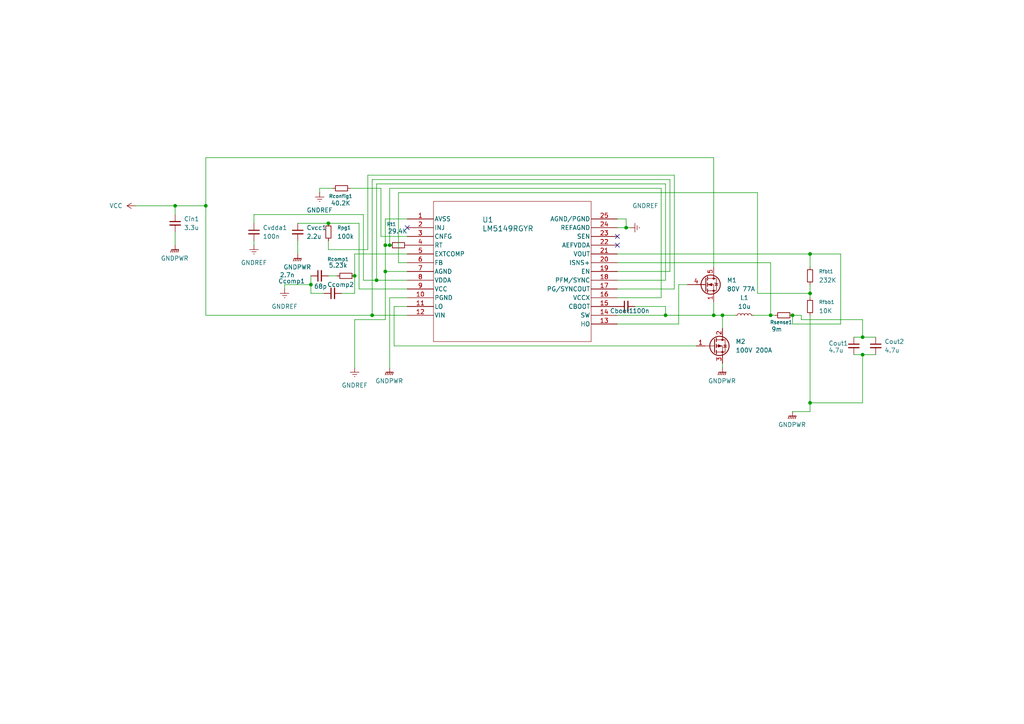
<source format=kicad_sch>
(kicad_sch
	(version 20250114)
	(generator "eeschema")
	(generator_version "9.0")
	(uuid "864e9f97-059c-4944-9822-b992e0ac428f")
	(paper "A4")
	(lib_symbols
		(symbol "Device:C_Small"
			(pin_numbers
				(hide yes)
			)
			(pin_names
				(offset 0.254)
				(hide yes)
			)
			(exclude_from_sim no)
			(in_bom yes)
			(on_board yes)
			(property "Reference" "C"
				(at 0.254 1.778 0)
				(effects
					(font
						(size 1.27 1.27)
					)
					(justify left)
				)
			)
			(property "Value" "C_Small"
				(at 0.254 -2.032 0)
				(effects
					(font
						(size 1.27 1.27)
					)
					(justify left)
				)
			)
			(property "Footprint" ""
				(at 0 0 0)
				(effects
					(font
						(size 1.27 1.27)
					)
					(hide yes)
				)
			)
			(property "Datasheet" "~"
				(at 0 0 0)
				(effects
					(font
						(size 1.27 1.27)
					)
					(hide yes)
				)
			)
			(property "Description" "Unpolarized capacitor, small symbol"
				(at 0 0 0)
				(effects
					(font
						(size 1.27 1.27)
					)
					(hide yes)
				)
			)
			(property "ki_keywords" "capacitor cap"
				(at 0 0 0)
				(effects
					(font
						(size 1.27 1.27)
					)
					(hide yes)
				)
			)
			(property "ki_fp_filters" "C_*"
				(at 0 0 0)
				(effects
					(font
						(size 1.27 1.27)
					)
					(hide yes)
				)
			)
			(symbol "C_Small_0_1"
				(polyline
					(pts
						(xy -1.524 0.508) (xy 1.524 0.508)
					)
					(stroke
						(width 0.3048)
						(type default)
					)
					(fill
						(type none)
					)
				)
				(polyline
					(pts
						(xy -1.524 -0.508) (xy 1.524 -0.508)
					)
					(stroke
						(width 0.3302)
						(type default)
					)
					(fill
						(type none)
					)
				)
			)
			(symbol "C_Small_1_1"
				(pin passive line
					(at 0 2.54 270)
					(length 2.032)
					(name "~"
						(effects
							(font
								(size 1.27 1.27)
							)
						)
					)
					(number "1"
						(effects
							(font
								(size 1.27 1.27)
							)
						)
					)
				)
				(pin passive line
					(at 0 -2.54 90)
					(length 2.032)
					(name "~"
						(effects
							(font
								(size 1.27 1.27)
							)
						)
					)
					(number "2"
						(effects
							(font
								(size 1.27 1.27)
							)
						)
					)
				)
			)
			(embedded_fonts no)
		)
		(symbol "Device:L_Small"
			(pin_numbers
				(hide yes)
			)
			(pin_names
				(offset 0.254)
				(hide yes)
			)
			(exclude_from_sim no)
			(in_bom yes)
			(on_board yes)
			(property "Reference" "L"
				(at 0.762 1.016 0)
				(effects
					(font
						(size 1.27 1.27)
					)
					(justify left)
				)
			)
			(property "Value" "L_Small"
				(at 0.762 -1.016 0)
				(effects
					(font
						(size 1.27 1.27)
					)
					(justify left)
				)
			)
			(property "Footprint" ""
				(at 0 0 0)
				(effects
					(font
						(size 1.27 1.27)
					)
					(hide yes)
				)
			)
			(property "Datasheet" "~"
				(at 0 0 0)
				(effects
					(font
						(size 1.27 1.27)
					)
					(hide yes)
				)
			)
			(property "Description" "Inductor, small symbol"
				(at 0 0 0)
				(effects
					(font
						(size 1.27 1.27)
					)
					(hide yes)
				)
			)
			(property "ki_keywords" "inductor choke coil reactor magnetic"
				(at 0 0 0)
				(effects
					(font
						(size 1.27 1.27)
					)
					(hide yes)
				)
			)
			(property "ki_fp_filters" "Choke_* *Coil* Inductor_* L_*"
				(at 0 0 0)
				(effects
					(font
						(size 1.27 1.27)
					)
					(hide yes)
				)
			)
			(symbol "L_Small_0_1"
				(arc
					(start 0 2.032)
					(mid 0.5058 1.524)
					(end 0 1.016)
					(stroke
						(width 0)
						(type default)
					)
					(fill
						(type none)
					)
				)
				(arc
					(start 0 1.016)
					(mid 0.5058 0.508)
					(end 0 0)
					(stroke
						(width 0)
						(type default)
					)
					(fill
						(type none)
					)
				)
				(arc
					(start 0 0)
					(mid 0.5058 -0.508)
					(end 0 -1.016)
					(stroke
						(width 0)
						(type default)
					)
					(fill
						(type none)
					)
				)
				(arc
					(start 0 -1.016)
					(mid 0.5058 -1.524)
					(end 0 -2.032)
					(stroke
						(width 0)
						(type default)
					)
					(fill
						(type none)
					)
				)
			)
			(symbol "L_Small_1_1"
				(pin passive line
					(at 0 2.54 270)
					(length 0.508)
					(name "~"
						(effects
							(font
								(size 1.27 1.27)
							)
						)
					)
					(number "1"
						(effects
							(font
								(size 1.27 1.27)
							)
						)
					)
				)
				(pin passive line
					(at 0 -2.54 90)
					(length 0.508)
					(name "~"
						(effects
							(font
								(size 1.27 1.27)
							)
						)
					)
					(number "2"
						(effects
							(font
								(size 1.27 1.27)
							)
						)
					)
				)
			)
			(embedded_fonts no)
		)
		(symbol "Device:R_Small"
			(pin_numbers
				(hide yes)
			)
			(pin_names
				(offset 0.254)
				(hide yes)
			)
			(exclude_from_sim no)
			(in_bom yes)
			(on_board yes)
			(property "Reference" "R"
				(at 0 0 90)
				(effects
					(font
						(size 1.016 1.016)
					)
				)
			)
			(property "Value" "R_Small"
				(at 1.778 0 90)
				(effects
					(font
						(size 1.27 1.27)
					)
				)
			)
			(property "Footprint" ""
				(at 0 0 0)
				(effects
					(font
						(size 1.27 1.27)
					)
					(hide yes)
				)
			)
			(property "Datasheet" "~"
				(at 0 0 0)
				(effects
					(font
						(size 1.27 1.27)
					)
					(hide yes)
				)
			)
			(property "Description" "Resistor, small symbol"
				(at 0 0 0)
				(effects
					(font
						(size 1.27 1.27)
					)
					(hide yes)
				)
			)
			(property "ki_keywords" "R resistor"
				(at 0 0 0)
				(effects
					(font
						(size 1.27 1.27)
					)
					(hide yes)
				)
			)
			(property "ki_fp_filters" "R_*"
				(at 0 0 0)
				(effects
					(font
						(size 1.27 1.27)
					)
					(hide yes)
				)
			)
			(symbol "R_Small_0_1"
				(rectangle
					(start -0.762 1.778)
					(end 0.762 -1.778)
					(stroke
						(width 0.2032)
						(type default)
					)
					(fill
						(type none)
					)
				)
			)
			(symbol "R_Small_1_1"
				(pin passive line
					(at 0 2.54 270)
					(length 0.762)
					(name "~"
						(effects
							(font
								(size 1.27 1.27)
							)
						)
					)
					(number "1"
						(effects
							(font
								(size 1.27 1.27)
							)
						)
					)
				)
				(pin passive line
					(at 0 -2.54 90)
					(length 0.762)
					(name "~"
						(effects
							(font
								(size 1.27 1.27)
							)
						)
					)
					(number "2"
						(effects
							(font
								(size 1.27 1.27)
							)
						)
					)
				)
			)
			(embedded_fonts no)
		)
		(symbol "LM5149:LM5149RGYR"
			(pin_names
				(offset 0.254)
			)
			(exclude_from_sim no)
			(in_bom yes)
			(on_board yes)
			(property "Reference" "U"
				(at 30.48 10.16 0)
				(effects
					(font
						(size 1.524 1.524)
					)
				)
			)
			(property "Value" "LM5149RGYR"
				(at 30.48 7.62 0)
				(effects
					(font
						(size 1.524 1.524)
					)
				)
			)
			(property "Footprint" "VQFN24_RGY_TEX"
				(at 0 0 0)
				(effects
					(font
						(size 1.27 1.27)
						(italic yes)
					)
					(hide yes)
				)
			)
			(property "Datasheet" "https://www.ti.com/lit/gpn/lm5149"
				(at 0 0 0)
				(effects
					(font
						(size 1.27 1.27)
						(italic yes)
					)
					(hide yes)
				)
			)
			(property "Description" ""
				(at 0 0 0)
				(effects
					(font
						(size 1.27 1.27)
					)
					(hide yes)
				)
			)
			(property "ki_locked" ""
				(at 0 0 0)
				(effects
					(font
						(size 1.27 1.27)
					)
				)
			)
			(property "ki_keywords" "LM5149RGYR"
				(at 0 0 0)
				(effects
					(font
						(size 1.27 1.27)
					)
					(hide yes)
				)
			)
			(property "ki_fp_filters" "VQFN24_RGY_TEX VQFN24_RGY_TEX-M VQFN24_RGY_TEX-L"
				(at 0 0 0)
				(effects
					(font
						(size 1.27 1.27)
					)
					(hide yes)
				)
			)
			(symbol "LM5149RGYR_0_1"
				(polyline
					(pts
						(xy 7.62 5.08) (xy 7.62 -35.56)
					)
					(stroke
						(width 0.127)
						(type default)
					)
					(fill
						(type none)
					)
				)
				(polyline
					(pts
						(xy 7.62 -35.56) (xy 53.34 -35.56)
					)
					(stroke
						(width 0.127)
						(type default)
					)
					(fill
						(type none)
					)
				)
				(polyline
					(pts
						(xy 53.34 5.08) (xy 7.62 5.08)
					)
					(stroke
						(width 0.127)
						(type default)
					)
					(fill
						(type none)
					)
				)
				(polyline
					(pts
						(xy 53.34 -35.56) (xy 53.34 5.08)
					)
					(stroke
						(width 0.127)
						(type default)
					)
					(fill
						(type none)
					)
				)
				(pin power_out line
					(at 0 0 0)
					(length 7.62)
					(name "AVSS"
						(effects
							(font
								(size 1.27 1.27)
							)
						)
					)
					(number "1"
						(effects
							(font
								(size 1.27 1.27)
							)
						)
					)
				)
				(pin output line
					(at 0 -2.54 0)
					(length 7.62)
					(name "INJ"
						(effects
							(font
								(size 1.27 1.27)
							)
						)
					)
					(number "2"
						(effects
							(font
								(size 1.27 1.27)
							)
						)
					)
				)
				(pin unspecified line
					(at 0 -5.08 0)
					(length 7.62)
					(name "CNFG"
						(effects
							(font
								(size 1.27 1.27)
							)
						)
					)
					(number "3"
						(effects
							(font
								(size 1.27 1.27)
							)
						)
					)
				)
				(pin input line
					(at 0 -7.62 0)
					(length 7.62)
					(name "RT"
						(effects
							(font
								(size 1.27 1.27)
							)
						)
					)
					(number "4"
						(effects
							(font
								(size 1.27 1.27)
							)
						)
					)
				)
				(pin output line
					(at 0 -10.16 0)
					(length 7.62)
					(name "EXTCOMP"
						(effects
							(font
								(size 1.27 1.27)
							)
						)
					)
					(number "5"
						(effects
							(font
								(size 1.27 1.27)
							)
						)
					)
				)
				(pin input line
					(at 0 -12.7 0)
					(length 7.62)
					(name "FB"
						(effects
							(font
								(size 1.27 1.27)
							)
						)
					)
					(number "6"
						(effects
							(font
								(size 1.27 1.27)
							)
						)
					)
				)
				(pin power_out line
					(at 0 -15.24 0)
					(length 7.62)
					(name "AGND"
						(effects
							(font
								(size 1.27 1.27)
							)
						)
					)
					(number "7"
						(effects
							(font
								(size 1.27 1.27)
							)
						)
					)
				)
				(pin output line
					(at 0 -17.78 0)
					(length 7.62)
					(name "VDDA"
						(effects
							(font
								(size 1.27 1.27)
							)
						)
					)
					(number "8"
						(effects
							(font
								(size 1.27 1.27)
							)
						)
					)
				)
				(pin power_in line
					(at 0 -20.32 0)
					(length 7.62)
					(name "VCC"
						(effects
							(font
								(size 1.27 1.27)
							)
						)
					)
					(number "9"
						(effects
							(font
								(size 1.27 1.27)
							)
						)
					)
				)
				(pin power_out line
					(at 0 -22.86 0)
					(length 7.62)
					(name "PGND"
						(effects
							(font
								(size 1.27 1.27)
							)
						)
					)
					(number "10"
						(effects
							(font
								(size 1.27 1.27)
							)
						)
					)
				)
				(pin output line
					(at 0 -25.4 0)
					(length 7.62)
					(name "LO"
						(effects
							(font
								(size 1.27 1.27)
							)
						)
					)
					(number "11"
						(effects
							(font
								(size 1.27 1.27)
							)
						)
					)
				)
				(pin power_in line
					(at 0 -27.94 0)
					(length 7.62)
					(name "VIN"
						(effects
							(font
								(size 1.27 1.27)
							)
						)
					)
					(number "12"
						(effects
							(font
								(size 1.27 1.27)
							)
						)
					)
				)
				(pin power_out line
					(at 60.96 0 180)
					(length 7.62)
					(name "AGND/PGND"
						(effects
							(font
								(size 1.27 1.27)
							)
						)
					)
					(number "25"
						(effects
							(font
								(size 1.27 1.27)
							)
						)
					)
				)
				(pin power_out line
					(at 60.96 -2.54 180)
					(length 7.62)
					(name "REFAGND"
						(effects
							(font
								(size 1.27 1.27)
							)
						)
					)
					(number "24"
						(effects
							(font
								(size 1.27 1.27)
							)
						)
					)
				)
				(pin input line
					(at 60.96 -5.08 180)
					(length 7.62)
					(name "SEN"
						(effects
							(font
								(size 1.27 1.27)
							)
						)
					)
					(number "23"
						(effects
							(font
								(size 1.27 1.27)
							)
						)
					)
				)
				(pin power_in line
					(at 60.96 -7.62 180)
					(length 7.62)
					(name "AEFVDDA"
						(effects
							(font
								(size 1.27 1.27)
							)
						)
					)
					(number "22"
						(effects
							(font
								(size 1.27 1.27)
							)
						)
					)
				)
				(pin input line
					(at 60.96 -10.16 180)
					(length 7.62)
					(name "VOUT"
						(effects
							(font
								(size 1.27 1.27)
							)
						)
					)
					(number "21"
						(effects
							(font
								(size 1.27 1.27)
							)
						)
					)
				)
				(pin input line
					(at 60.96 -12.7 180)
					(length 7.62)
					(name "ISNS+"
						(effects
							(font
								(size 1.27 1.27)
							)
						)
					)
					(number "20"
						(effects
							(font
								(size 1.27 1.27)
							)
						)
					)
				)
				(pin input line
					(at 60.96 -15.24 180)
					(length 7.62)
					(name "EN"
						(effects
							(font
								(size 1.27 1.27)
							)
						)
					)
					(number "19"
						(effects
							(font
								(size 1.27 1.27)
							)
						)
					)
				)
				(pin input line
					(at 60.96 -17.78 180)
					(length 7.62)
					(name "PFM/SYNC"
						(effects
							(font
								(size 1.27 1.27)
							)
						)
					)
					(number "18"
						(effects
							(font
								(size 1.27 1.27)
							)
						)
					)
				)
				(pin power_in line
					(at 60.96 -20.32 180)
					(length 7.62)
					(name "PG/SYNCOUT"
						(effects
							(font
								(size 1.27 1.27)
							)
						)
					)
					(number "17"
						(effects
							(font
								(size 1.27 1.27)
							)
						)
					)
				)
				(pin power_in line
					(at 60.96 -22.86 180)
					(length 7.62)
					(name "VCCX"
						(effects
							(font
								(size 1.27 1.27)
							)
						)
					)
					(number "16"
						(effects
							(font
								(size 1.27 1.27)
							)
						)
					)
				)
				(pin power_in line
					(at 60.96 -25.4 180)
					(length 7.62)
					(name "CBOOT"
						(effects
							(font
								(size 1.27 1.27)
							)
						)
					)
					(number "15"
						(effects
							(font
								(size 1.27 1.27)
							)
						)
					)
				)
				(pin power_in line
					(at 60.96 -27.94 180)
					(length 7.62)
					(name "SW"
						(effects
							(font
								(size 1.27 1.27)
							)
						)
					)
					(number "14"
						(effects
							(font
								(size 1.27 1.27)
							)
						)
					)
				)
				(pin output line
					(at 60.96 -30.48 180)
					(length 7.62)
					(name "HO"
						(effects
							(font
								(size 1.27 1.27)
							)
						)
					)
					(number "13"
						(effects
							(font
								(size 1.27 1.27)
							)
						)
					)
				)
			)
			(embedded_fonts no)
		)
		(symbol "Transistor_FET:BSC026N08NS5"
			(pin_names
				(offset 0)
				(hide yes)
			)
			(exclude_from_sim no)
			(in_bom yes)
			(on_board yes)
			(property "Reference" "Q"
				(at 5.08 1.905 0)
				(effects
					(font
						(size 1.27 1.27)
					)
					(justify left)
				)
			)
			(property "Value" "BSC026N08NS5"
				(at 5.08 0 0)
				(effects
					(font
						(size 1.27 1.27)
					)
					(justify left)
				)
			)
			(property "Footprint" "Package_TO_SOT_SMD:TDSON-8-1"
				(at 5.08 -1.905 0)
				(effects
					(font
						(size 1.27 1.27)
						(italic yes)
					)
					(justify left)
					(hide yes)
				)
			)
			(property "Datasheet" "http://www.infineon.com/dgdl/Infineon-BSC026N08NS5-DS-v02_01-EN.pdf?fileId=5546d4624ad04ef9014ae2eace7629e0"
				(at 5.08 -3.81 0)
				(effects
					(font
						(size 1.27 1.27)
					)
					(justify left)
					(hide yes)
				)
			)
			(property "Description" "100A Id, 80V Vds, OptiMOS N-Channel Power MOSFET, 2.6mOhm Ron, Qg (typ) 74.0nC, PG-TDSON-8"
				(at 0 0 0)
				(effects
					(font
						(size 1.27 1.27)
					)
					(hide yes)
				)
			)
			(property "ki_keywords" "OptiMOS Power MOSFET N-MOS"
				(at 0 0 0)
				(effects
					(font
						(size 1.27 1.27)
					)
					(hide yes)
				)
			)
			(property "ki_fp_filters" "TDSON*"
				(at 0 0 0)
				(effects
					(font
						(size 1.27 1.27)
					)
					(hide yes)
				)
			)
			(symbol "BSC026N08NS5_0_1"
				(polyline
					(pts
						(xy 0.254 1.905) (xy 0.254 -1.905)
					)
					(stroke
						(width 0.254)
						(type default)
					)
					(fill
						(type none)
					)
				)
				(polyline
					(pts
						(xy 0.254 0) (xy -2.54 0)
					)
					(stroke
						(width 0)
						(type default)
					)
					(fill
						(type none)
					)
				)
				(polyline
					(pts
						(xy 0.762 2.286) (xy 0.762 1.27)
					)
					(stroke
						(width 0.254)
						(type default)
					)
					(fill
						(type none)
					)
				)
				(polyline
					(pts
						(xy 0.762 0.508) (xy 0.762 -0.508)
					)
					(stroke
						(width 0.254)
						(type default)
					)
					(fill
						(type none)
					)
				)
				(polyline
					(pts
						(xy 0.762 -1.27) (xy 0.762 -2.286)
					)
					(stroke
						(width 0.254)
						(type default)
					)
					(fill
						(type none)
					)
				)
				(polyline
					(pts
						(xy 0.762 -1.778) (xy 3.302 -1.778) (xy 3.302 1.778) (xy 0.762 1.778)
					)
					(stroke
						(width 0)
						(type default)
					)
					(fill
						(type none)
					)
				)
				(polyline
					(pts
						(xy 1.016 0) (xy 2.032 0.381) (xy 2.032 -0.381) (xy 1.016 0)
					)
					(stroke
						(width 0)
						(type default)
					)
					(fill
						(type outline)
					)
				)
				(circle
					(center 1.651 0)
					(radius 2.794)
					(stroke
						(width 0.254)
						(type default)
					)
					(fill
						(type none)
					)
				)
				(polyline
					(pts
						(xy 2.54 2.54) (xy 2.54 1.778)
					)
					(stroke
						(width 0)
						(type default)
					)
					(fill
						(type none)
					)
				)
				(circle
					(center 2.54 1.778)
					(radius 0.254)
					(stroke
						(width 0)
						(type default)
					)
					(fill
						(type outline)
					)
				)
				(circle
					(center 2.54 -1.778)
					(radius 0.254)
					(stroke
						(width 0)
						(type default)
					)
					(fill
						(type outline)
					)
				)
				(polyline
					(pts
						(xy 2.54 -2.54) (xy 2.54 0) (xy 0.762 0)
					)
					(stroke
						(width 0)
						(type default)
					)
					(fill
						(type none)
					)
				)
				(polyline
					(pts
						(xy 2.794 0.508) (xy 2.921 0.381) (xy 3.683 0.381) (xy 3.81 0.254)
					)
					(stroke
						(width 0)
						(type default)
					)
					(fill
						(type none)
					)
				)
				(polyline
					(pts
						(xy 3.302 0.381) (xy 2.921 -0.254) (xy 3.683 -0.254) (xy 3.302 0.381)
					)
					(stroke
						(width 0)
						(type default)
					)
					(fill
						(type none)
					)
				)
			)
			(symbol "BSC026N08NS5_1_1"
				(pin input line
					(at -5.08 0 0)
					(length 5.08)
					(name "G"
						(effects
							(font
								(size 1.27 1.27)
							)
						)
					)
					(number "4"
						(effects
							(font
								(size 1.27 1.27)
							)
						)
					)
				)
				(pin passive line
					(at 2.54 5.08 270)
					(length 2.54)
					(name "D"
						(effects
							(font
								(size 1.27 1.27)
							)
						)
					)
					(number "5"
						(effects
							(font
								(size 1.27 1.27)
							)
						)
					)
				)
				(pin passive line
					(at 2.54 -5.08 90)
					(length 2.54)
					(name "S"
						(effects
							(font
								(size 1.27 1.27)
							)
						)
					)
					(number "1"
						(effects
							(font
								(size 1.27 1.27)
							)
						)
					)
				)
				(pin passive line
					(at 2.54 -5.08 90)
					(length 2.54)
					(hide yes)
					(name "S"
						(effects
							(font
								(size 1.27 1.27)
							)
						)
					)
					(number "2"
						(effects
							(font
								(size 1.27 1.27)
							)
						)
					)
				)
				(pin passive line
					(at 2.54 -5.08 90)
					(length 2.54)
					(hide yes)
					(name "S"
						(effects
							(font
								(size 1.27 1.27)
							)
						)
					)
					(number "3"
						(effects
							(font
								(size 1.27 1.27)
							)
						)
					)
				)
			)
			(embedded_fonts no)
		)
		(symbol "Transistor_FET:SUD09P10-195"
			(pin_names
				(hide yes)
			)
			(exclude_from_sim no)
			(in_bom yes)
			(on_board yes)
			(property "Reference" "Q"
				(at 4.953 1.905 0)
				(effects
					(font
						(size 1.27 1.27)
					)
					(justify left)
				)
			)
			(property "Value" "SUD09P10-195"
				(at 4.953 0 0)
				(effects
					(font
						(size 1.27 1.27)
					)
					(justify left)
				)
			)
			(property "Footprint" "Package_TO_SOT_SMD:TO-252-2"
				(at 4.953 -1.905 0)
				(effects
					(font
						(size 1.27 1.27)
						(italic yes)
					)
					(justify left)
					(hide yes)
				)
			)
			(property "Datasheet" "https://www.vishay.com/docs/65903/SUD09P10.pdf"
				(at 5.08 -3.81 0)
				(effects
					(font
						(size 1.27 1.27)
					)
					(justify left)
					(hide yes)
				)
			)
			(property "Description" "-8.8A Id, -100V Vds, TrenchFET P-Channel Power MOSFET, 195mOhm Ron, 34.8nC Qg, -55 to 150 °C, TO-252-2"
				(at 0 0 0)
				(effects
					(font
						(size 1.27 1.27)
					)
					(hide yes)
				)
			)
			(property "ki_keywords" "TrenchFET P-Channel Power MOSFET"
				(at 0 0 0)
				(effects
					(font
						(size 1.27 1.27)
					)
					(hide yes)
				)
			)
			(property "ki_fp_filters" "TO?252*"
				(at 0 0 0)
				(effects
					(font
						(size 1.27 1.27)
					)
					(hide yes)
				)
			)
			(symbol "SUD09P10-195_0_1"
				(polyline
					(pts
						(xy 0.254 1.905) (xy 0.254 -1.905)
					)
					(stroke
						(width 0.254)
						(type default)
					)
					(fill
						(type none)
					)
				)
				(polyline
					(pts
						(xy 0.254 0) (xy -2.54 0)
					)
					(stroke
						(width 0)
						(type default)
					)
					(fill
						(type none)
					)
				)
				(polyline
					(pts
						(xy 0.762 2.286) (xy 0.762 1.27)
					)
					(stroke
						(width 0.254)
						(type default)
					)
					(fill
						(type none)
					)
				)
				(polyline
					(pts
						(xy 0.762 1.778) (xy 3.302 1.778) (xy 3.302 -1.778) (xy 0.762 -1.778)
					)
					(stroke
						(width 0)
						(type default)
					)
					(fill
						(type none)
					)
				)
				(polyline
					(pts
						(xy 0.762 0.508) (xy 0.762 -0.508)
					)
					(stroke
						(width 0.254)
						(type default)
					)
					(fill
						(type none)
					)
				)
				(polyline
					(pts
						(xy 0.762 -1.27) (xy 0.762 -2.286)
					)
					(stroke
						(width 0.254)
						(type default)
					)
					(fill
						(type none)
					)
				)
				(circle
					(center 1.651 0)
					(radius 2.794)
					(stroke
						(width 0.254)
						(type default)
					)
					(fill
						(type none)
					)
				)
				(polyline
					(pts
						(xy 2.286 0) (xy 1.27 0.381) (xy 1.27 -0.381) (xy 2.286 0)
					)
					(stroke
						(width 0)
						(type default)
					)
					(fill
						(type outline)
					)
				)
				(polyline
					(pts
						(xy 2.54 2.54) (xy 2.54 1.778)
					)
					(stroke
						(width 0)
						(type default)
					)
					(fill
						(type none)
					)
				)
				(circle
					(center 2.54 1.778)
					(radius 0.254)
					(stroke
						(width 0)
						(type default)
					)
					(fill
						(type outline)
					)
				)
				(circle
					(center 2.54 -1.778)
					(radius 0.254)
					(stroke
						(width 0)
						(type default)
					)
					(fill
						(type outline)
					)
				)
				(polyline
					(pts
						(xy 2.54 -2.54) (xy 2.54 0) (xy 0.762 0)
					)
					(stroke
						(width 0)
						(type default)
					)
					(fill
						(type none)
					)
				)
				(polyline
					(pts
						(xy 2.794 -0.508) (xy 2.921 -0.381) (xy 3.683 -0.381) (xy 3.81 -0.254)
					)
					(stroke
						(width 0)
						(type default)
					)
					(fill
						(type none)
					)
				)
				(polyline
					(pts
						(xy 3.302 -0.381) (xy 2.921 0.254) (xy 3.683 0.254) (xy 3.302 -0.381)
					)
					(stroke
						(width 0)
						(type default)
					)
					(fill
						(type none)
					)
				)
			)
			(symbol "SUD09P10-195_1_1"
				(pin input line
					(at -5.08 0 0)
					(length 2.54)
					(name "G"
						(effects
							(font
								(size 1.27 1.27)
							)
						)
					)
					(number "1"
						(effects
							(font
								(size 1.27 1.27)
							)
						)
					)
				)
				(pin passive line
					(at 2.54 5.08 270)
					(length 2.54)
					(name "D"
						(effects
							(font
								(size 1.27 1.27)
							)
						)
					)
					(number "2"
						(effects
							(font
								(size 1.27 1.27)
							)
						)
					)
				)
				(pin passive line
					(at 2.54 -5.08 90)
					(length 2.54)
					(name "S"
						(effects
							(font
								(size 1.27 1.27)
							)
						)
					)
					(number "3"
						(effects
							(font
								(size 1.27 1.27)
							)
						)
					)
				)
			)
			(embedded_fonts no)
		)
		(symbol "power:GNDPWR"
			(power)
			(pin_numbers
				(hide yes)
			)
			(pin_names
				(offset 0)
				(hide yes)
			)
			(exclude_from_sim no)
			(in_bom yes)
			(on_board yes)
			(property "Reference" "#PWR"
				(at 0 -5.08 0)
				(effects
					(font
						(size 1.27 1.27)
					)
					(hide yes)
				)
			)
			(property "Value" "GNDPWR"
				(at 0 -3.302 0)
				(effects
					(font
						(size 1.27 1.27)
					)
				)
			)
			(property "Footprint" ""
				(at 0 -1.27 0)
				(effects
					(font
						(size 1.27 1.27)
					)
					(hide yes)
				)
			)
			(property "Datasheet" ""
				(at 0 -1.27 0)
				(effects
					(font
						(size 1.27 1.27)
					)
					(hide yes)
				)
			)
			(property "Description" "Power symbol creates a global label with name \"GNDPWR\" , global ground"
				(at 0 0 0)
				(effects
					(font
						(size 1.27 1.27)
					)
					(hide yes)
				)
			)
			(property "ki_keywords" "global ground"
				(at 0 0 0)
				(effects
					(font
						(size 1.27 1.27)
					)
					(hide yes)
				)
			)
			(symbol "GNDPWR_0_1"
				(polyline
					(pts
						(xy -1.016 -1.27) (xy -1.27 -2.032) (xy -1.27 -2.032)
					)
					(stroke
						(width 0.2032)
						(type default)
					)
					(fill
						(type none)
					)
				)
				(polyline
					(pts
						(xy -0.508 -1.27) (xy -0.762 -2.032) (xy -0.762 -2.032)
					)
					(stroke
						(width 0.2032)
						(type default)
					)
					(fill
						(type none)
					)
				)
				(polyline
					(pts
						(xy 0 -1.27) (xy 0 0)
					)
					(stroke
						(width 0)
						(type default)
					)
					(fill
						(type none)
					)
				)
				(polyline
					(pts
						(xy 0 -1.27) (xy -0.254 -2.032) (xy -0.254 -2.032)
					)
					(stroke
						(width 0.2032)
						(type default)
					)
					(fill
						(type none)
					)
				)
				(polyline
					(pts
						(xy 0.508 -1.27) (xy 0.254 -2.032) (xy 0.254 -2.032)
					)
					(stroke
						(width 0.2032)
						(type default)
					)
					(fill
						(type none)
					)
				)
				(polyline
					(pts
						(xy 1.016 -1.27) (xy -1.016 -1.27) (xy -1.016 -1.27)
					)
					(stroke
						(width 0.2032)
						(type default)
					)
					(fill
						(type none)
					)
				)
				(polyline
					(pts
						(xy 1.016 -1.27) (xy 0.762 -2.032) (xy 0.762 -2.032) (xy 0.762 -2.032)
					)
					(stroke
						(width 0.2032)
						(type default)
					)
					(fill
						(type none)
					)
				)
			)
			(symbol "GNDPWR_1_1"
				(pin power_in line
					(at 0 0 270)
					(length 0)
					(name "~"
						(effects
							(font
								(size 1.27 1.27)
							)
						)
					)
					(number "1"
						(effects
							(font
								(size 1.27 1.27)
							)
						)
					)
				)
			)
			(embedded_fonts no)
		)
		(symbol "power:GNDREF"
			(power)
			(pin_numbers
				(hide yes)
			)
			(pin_names
				(offset 0)
				(hide yes)
			)
			(exclude_from_sim no)
			(in_bom yes)
			(on_board yes)
			(property "Reference" "#PWR"
				(at 0 -6.35 0)
				(effects
					(font
						(size 1.27 1.27)
					)
					(hide yes)
				)
			)
			(property "Value" "GNDREF"
				(at 0 -3.81 0)
				(effects
					(font
						(size 1.27 1.27)
					)
				)
			)
			(property "Footprint" ""
				(at 0 0 0)
				(effects
					(font
						(size 1.27 1.27)
					)
					(hide yes)
				)
			)
			(property "Datasheet" ""
				(at 0 0 0)
				(effects
					(font
						(size 1.27 1.27)
					)
					(hide yes)
				)
			)
			(property "Description" "Power symbol creates a global label with name \"GNDREF\" , reference supply ground"
				(at 0 0 0)
				(effects
					(font
						(size 1.27 1.27)
					)
					(hide yes)
				)
			)
			(property "ki_keywords" "global power"
				(at 0 0 0)
				(effects
					(font
						(size 1.27 1.27)
					)
					(hide yes)
				)
			)
			(symbol "GNDREF_0_1"
				(polyline
					(pts
						(xy -0.635 -1.905) (xy 0.635 -1.905)
					)
					(stroke
						(width 0)
						(type default)
					)
					(fill
						(type none)
					)
				)
				(polyline
					(pts
						(xy -0.127 -2.54) (xy 0.127 -2.54)
					)
					(stroke
						(width 0)
						(type default)
					)
					(fill
						(type none)
					)
				)
				(polyline
					(pts
						(xy 0 -1.27) (xy 0 0)
					)
					(stroke
						(width 0)
						(type default)
					)
					(fill
						(type none)
					)
				)
				(polyline
					(pts
						(xy 1.27 -1.27) (xy -1.27 -1.27)
					)
					(stroke
						(width 0)
						(type default)
					)
					(fill
						(type none)
					)
				)
			)
			(symbol "GNDREF_1_1"
				(pin power_in line
					(at 0 0 270)
					(length 0)
					(name "~"
						(effects
							(font
								(size 1.27 1.27)
							)
						)
					)
					(number "1"
						(effects
							(font
								(size 1.27 1.27)
							)
						)
					)
				)
			)
			(embedded_fonts no)
		)
		(symbol "power:VCC"
			(power)
			(pin_numbers
				(hide yes)
			)
			(pin_names
				(offset 0)
				(hide yes)
			)
			(exclude_from_sim no)
			(in_bom yes)
			(on_board yes)
			(property "Reference" "#PWR"
				(at 0 -3.81 0)
				(effects
					(font
						(size 1.27 1.27)
					)
					(hide yes)
				)
			)
			(property "Value" "VCC"
				(at 0 3.556 0)
				(effects
					(font
						(size 1.27 1.27)
					)
				)
			)
			(property "Footprint" ""
				(at 0 0 0)
				(effects
					(font
						(size 1.27 1.27)
					)
					(hide yes)
				)
			)
			(property "Datasheet" ""
				(at 0 0 0)
				(effects
					(font
						(size 1.27 1.27)
					)
					(hide yes)
				)
			)
			(property "Description" "Power symbol creates a global label with name \"VCC\""
				(at 0 0 0)
				(effects
					(font
						(size 1.27 1.27)
					)
					(hide yes)
				)
			)
			(property "ki_keywords" "global power"
				(at 0 0 0)
				(effects
					(font
						(size 1.27 1.27)
					)
					(hide yes)
				)
			)
			(symbol "VCC_0_1"
				(polyline
					(pts
						(xy -0.762 1.27) (xy 0 2.54)
					)
					(stroke
						(width 0)
						(type default)
					)
					(fill
						(type none)
					)
				)
				(polyline
					(pts
						(xy 0 2.54) (xy 0.762 1.27)
					)
					(stroke
						(width 0)
						(type default)
					)
					(fill
						(type none)
					)
				)
				(polyline
					(pts
						(xy 0 0) (xy 0 2.54)
					)
					(stroke
						(width 0)
						(type default)
					)
					(fill
						(type none)
					)
				)
			)
			(symbol "VCC_1_1"
				(pin power_in line
					(at 0 0 90)
					(length 0)
					(name "~"
						(effects
							(font
								(size 1.27 1.27)
							)
						)
					)
					(number "1"
						(effects
							(font
								(size 1.27 1.27)
							)
						)
					)
				)
			)
			(embedded_fonts no)
		)
	)
	(junction
		(at 250.19 97.79)
		(diameter 0)
		(color 0 0 0 0)
		(uuid "1e81c396-cc93-4010-b4c3-873eb773fb28")
	)
	(junction
		(at 107.95 91.44)
		(diameter 0)
		(color 0 0 0 0)
		(uuid "2d68d796-f5f1-4bf0-a4b8-2cf8450dd4f8")
	)
	(junction
		(at 50.8 59.69)
		(diameter 0)
		(color 0 0 0 0)
		(uuid "47e3a79b-0461-4ef7-84cc-50c654a9b85e")
	)
	(junction
		(at 207.01 91.44)
		(diameter 0)
		(color 0 0 0 0)
		(uuid "4cf70ad0-2695-4b81-a437-d371ef4c983a")
	)
	(junction
		(at 109.22 81.28)
		(diameter 0)
		(color 0 0 0 0)
		(uuid "4d6c16b1-418e-460e-a4d6-8b9b07d68e1f")
	)
	(junction
		(at 181.61 66.04)
		(diameter 0)
		(color 0 0 0 0)
		(uuid "510a80bc-5b61-4b13-865d-531e68f61401")
	)
	(junction
		(at 90.17 82.55)
		(diameter 0)
		(color 0 0 0 0)
		(uuid "801b8f68-2101-40df-a261-ee4253bd192c")
	)
	(junction
		(at 193.04 91.44)
		(diameter 0)
		(color 0 0 0 0)
		(uuid "9263fac9-de74-415e-8a3a-ab9bf3e9280b")
	)
	(junction
		(at 234.95 116.84)
		(diameter 0)
		(color 0 0 0 0)
		(uuid "979a48bf-2aec-483b-b355-25fb9826b4c2")
	)
	(junction
		(at 113.03 71.12)
		(diameter 0)
		(color 0 0 0 0)
		(uuid "ab307e43-b14c-4bf3-91cd-3c9daeb7c0b2")
	)
	(junction
		(at 111.76 78.74)
		(diameter 0)
		(color 0 0 0 0)
		(uuid "abd4a6e7-7160-4ecf-ac7c-72d323a43eaf")
	)
	(junction
		(at 223.52 91.44)
		(diameter 0)
		(color 0 0 0 0)
		(uuid "b7b415c8-26f9-4642-bff5-3f49978b41a7")
	)
	(junction
		(at 102.87 80.01)
		(diameter 0)
		(color 0 0 0 0)
		(uuid "b8c616ac-4575-4ad2-886b-6f5ada2377f2")
	)
	(junction
		(at 209.55 91.44)
		(diameter 0)
		(color 0 0 0 0)
		(uuid "b8cd9999-24e1-4385-9b74-0489571862c2")
	)
	(junction
		(at 229.87 91.44)
		(diameter 0)
		(color 0 0 0 0)
		(uuid "ba91c642-a61e-414e-b33e-c5f9fbf43e93")
	)
	(junction
		(at 59.69 59.69)
		(diameter 0)
		(color 0 0 0 0)
		(uuid "bae4d896-f8c8-4547-9d7b-7009303ecb51")
	)
	(junction
		(at 234.95 73.66)
		(diameter 0)
		(color 0 0 0 0)
		(uuid "bf6b4a16-cfdb-49f7-8abe-4e43a6eaae72")
	)
	(junction
		(at 95.25 64.77)
		(diameter 0)
		(color 0 0 0 0)
		(uuid "c9ee1c1f-2181-43bc-9afa-6e6fc599d7ad")
	)
	(junction
		(at 111.76 71.12)
		(diameter 0)
		(color 0 0 0 0)
		(uuid "d17ff141-342b-4fb7-b7c3-dcd2627cdb97")
	)
	(junction
		(at 250.19 102.87)
		(diameter 0)
		(color 0 0 0 0)
		(uuid "d6f3e74f-036c-4e2b-a754-b5829d624d64")
	)
	(junction
		(at 234.95 85.09)
		(diameter 0)
		(color 0 0 0 0)
		(uuid "e0ec1691-a2ff-484d-94fb-1cbc8356ea86")
	)
	(no_connect
		(at 118.11 66.04)
		(uuid "035779a9-9bb9-465b-828e-b9796863d85c")
	)
	(no_connect
		(at 179.07 68.58)
		(uuid "8dac618f-a8e7-4ee7-b4e7-015fd530766b")
	)
	(no_connect
		(at 179.07 71.12)
		(uuid "e1bf87c9-419f-427f-b6dc-2721ae81e053")
	)
	(wire
		(pts
			(xy 102.87 73.66) (xy 102.87 80.01)
		)
		(stroke
			(width 0)
			(type default)
		)
		(uuid "00a4af8f-38bf-4769-abdb-3929deb03382")
	)
	(wire
		(pts
			(xy 111.76 78.74) (xy 111.76 92.71)
		)
		(stroke
			(width 0)
			(type default)
		)
		(uuid "01c97860-b717-4fb5-b72e-94b4ac397c5e")
	)
	(wire
		(pts
			(xy 113.03 54.61) (xy 191.77 54.61)
		)
		(stroke
			(width 0)
			(type default)
		)
		(uuid "030cf2a4-ad91-4f75-a970-1591ef2d2de9")
	)
	(wire
		(pts
			(xy 193.04 53.34) (xy 193.04 81.28)
		)
		(stroke
			(width 0)
			(type default)
		)
		(uuid "061f201f-68d9-46c4-b689-e1eecc6f949e")
	)
	(wire
		(pts
			(xy 194.31 78.74) (xy 194.31 52.07)
		)
		(stroke
			(width 0)
			(type default)
		)
		(uuid "071ac0b5-034d-48eb-9bc9-71fc9eae69e6")
	)
	(wire
		(pts
			(xy 95.25 64.77) (xy 104.14 64.77)
		)
		(stroke
			(width 0)
			(type default)
		)
		(uuid "0b8a36fb-652e-4ba2-a368-3c287a60b595")
	)
	(wire
		(pts
			(xy 209.55 91.44) (xy 213.36 91.44)
		)
		(stroke
			(width 0)
			(type default)
		)
		(uuid "0df379e5-4c8b-48d1-918a-ddfedbf2d407")
	)
	(wire
		(pts
			(xy 118.11 91.44) (xy 107.95 91.44)
		)
		(stroke
			(width 0)
			(type default)
		)
		(uuid "10e0bac5-67b0-48d8-be4e-70f19c191d44")
	)
	(wire
		(pts
			(xy 106.68 72.39) (xy 106.68 50.8)
		)
		(stroke
			(width 0)
			(type default)
		)
		(uuid "15047e92-11dd-4ae0-a4c4-c1e8efd45d46")
	)
	(wire
		(pts
			(xy 243.84 73.66) (xy 243.84 93.98)
		)
		(stroke
			(width 0)
			(type default)
		)
		(uuid "16d488ca-1f4c-42d9-98e8-d7bd0baaf9ab")
	)
	(wire
		(pts
			(xy 114.3 88.9) (xy 114.3 100.33)
		)
		(stroke
			(width 0)
			(type default)
		)
		(uuid "182a0aa0-4ff9-4996-978a-d8dca0760056")
	)
	(wire
		(pts
			(xy 107.95 91.44) (xy 59.69 91.44)
		)
		(stroke
			(width 0)
			(type default)
		)
		(uuid "1aa4882e-4ff8-4ea8-921b-02b9bc5f7a82")
	)
	(wire
		(pts
			(xy 118.11 73.66) (xy 102.87 73.66)
		)
		(stroke
			(width 0)
			(type default)
		)
		(uuid "1b0cfaa5-c0d1-4fd4-9707-96b6c185a1ca")
	)
	(wire
		(pts
			(xy 118.11 76.2) (xy 115.57 76.2)
		)
		(stroke
			(width 0)
			(type default)
		)
		(uuid "1bacd971-1c52-4f6f-9b8c-e4b5f528d862")
	)
	(wire
		(pts
			(xy 229.87 91.44) (xy 232.41 91.44)
		)
		(stroke
			(width 0)
			(type default)
		)
		(uuid "1f432942-b9a5-434d-b6e5-471134bf2a0b")
	)
	(wire
		(pts
			(xy 115.57 76.2) (xy 115.57 55.88)
		)
		(stroke
			(width 0)
			(type default)
		)
		(uuid "1f79bac7-14c6-4079-bc2f-f1a3e2f5a30d")
	)
	(wire
		(pts
			(xy 102.87 92.71) (xy 102.87 106.68)
		)
		(stroke
			(width 0)
			(type default)
		)
		(uuid "244ae0bc-bb16-49e2-9450-1bba91d9c4b1")
	)
	(wire
		(pts
			(xy 234.95 73.66) (xy 234.95 77.47)
		)
		(stroke
			(width 0)
			(type default)
		)
		(uuid "27cdf3a4-0a00-401b-8241-0826e06b6f7e")
	)
	(wire
		(pts
			(xy 102.87 80.01) (xy 102.87 85.09)
		)
		(stroke
			(width 0)
			(type default)
		)
		(uuid "27fbd7ed-8c2a-4fd9-8310-1641f45a6ed9")
	)
	(wire
		(pts
			(xy 111.76 71.12) (xy 113.03 71.12)
		)
		(stroke
			(width 0)
			(type default)
		)
		(uuid "2b978622-313b-4cde-b11d-54cb7ffa153a")
	)
	(wire
		(pts
			(xy 234.95 82.55) (xy 234.95 85.09)
		)
		(stroke
			(width 0)
			(type default)
		)
		(uuid "2dd1157e-a902-4053-9a90-9b962b4883dc")
	)
	(wire
		(pts
			(xy 90.17 80.01) (xy 90.17 82.55)
		)
		(stroke
			(width 0)
			(type default)
		)
		(uuid "2f4e077c-1147-41c8-8552-42c2ccf7840a")
	)
	(wire
		(pts
			(xy 179.07 73.66) (xy 234.95 73.66)
		)
		(stroke
			(width 0)
			(type default)
		)
		(uuid "3054ee64-45d1-4b35-b8d0-916900455bee")
	)
	(wire
		(pts
			(xy 218.44 91.44) (xy 223.52 91.44)
		)
		(stroke
			(width 0)
			(type default)
		)
		(uuid "363f219e-00c8-4906-9b9c-209bcd8b1063")
	)
	(wire
		(pts
			(xy 209.55 91.44) (xy 209.55 95.25)
		)
		(stroke
			(width 0)
			(type default)
		)
		(uuid "37320728-bd54-4f05-b45d-1b995c1d13ff")
	)
	(wire
		(pts
			(xy 247.65 97.79) (xy 250.19 97.79)
		)
		(stroke
			(width 0)
			(type default)
		)
		(uuid "38f51f8f-f292-456f-bf28-80bfad7cede2")
	)
	(wire
		(pts
			(xy 109.22 81.28) (xy 118.11 81.28)
		)
		(stroke
			(width 0)
			(type default)
		)
		(uuid "39af9651-184d-4bb1-8f00-e424a846959a")
	)
	(wire
		(pts
			(xy 82.55 82.55) (xy 82.55 83.82)
		)
		(stroke
			(width 0)
			(type default)
		)
		(uuid "3a0e16e8-9695-4883-9e18-bf5a17691b53")
	)
	(wire
		(pts
			(xy 191.77 86.36) (xy 191.77 54.61)
		)
		(stroke
			(width 0)
			(type default)
		)
		(uuid "3bf02c23-d62f-4c94-bec5-9f2e0babbe5c")
	)
	(wire
		(pts
			(xy 95.25 72.39) (xy 106.68 72.39)
		)
		(stroke
			(width 0)
			(type default)
		)
		(uuid "3ca7798a-4452-4d6f-bf39-828ef8dc0c41")
	)
	(wire
		(pts
			(xy 86.36 64.77) (xy 95.25 64.77)
		)
		(stroke
			(width 0)
			(type default)
		)
		(uuid "3f189623-463a-415e-a61b-d091da4ff521")
	)
	(wire
		(pts
			(xy 207.01 91.44) (xy 209.55 91.44)
		)
		(stroke
			(width 0)
			(type default)
		)
		(uuid "41099c28-0332-4ba1-a607-19da7f7874ff")
	)
	(wire
		(pts
			(xy 50.8 59.69) (xy 50.8 62.23)
		)
		(stroke
			(width 0)
			(type default)
		)
		(uuid "4309c300-ae7b-46a3-a6ff-09873406bbd8")
	)
	(wire
		(pts
			(xy 96.52 54.61) (xy 92.71 54.61)
		)
		(stroke
			(width 0)
			(type default)
		)
		(uuid "444db883-72e7-4d59-b2e1-fd0cc2170960")
	)
	(wire
		(pts
			(xy 50.8 67.31) (xy 50.8 71.12)
		)
		(stroke
			(width 0)
			(type default)
		)
		(uuid "45c1d5c2-9906-4d96-8974-204c5736d20d")
	)
	(wire
		(pts
			(xy 102.87 85.09) (xy 99.06 85.09)
		)
		(stroke
			(width 0)
			(type default)
		)
		(uuid "47ad6a5f-9234-4058-84e3-4647608b988e")
	)
	(wire
		(pts
			(xy 234.95 116.84) (xy 250.19 116.84)
		)
		(stroke
			(width 0)
			(type default)
		)
		(uuid "4800f66c-b706-400e-ae36-16f8880da40a")
	)
	(wire
		(pts
			(xy 39.37 59.69) (xy 50.8 59.69)
		)
		(stroke
			(width 0)
			(type default)
		)
		(uuid "484cce98-427b-4d3f-8476-4025b63160a1")
	)
	(wire
		(pts
			(xy 118.11 88.9) (xy 114.3 88.9)
		)
		(stroke
			(width 0)
			(type default)
		)
		(uuid "4f16efdb-ae95-48d1-865f-a2ba27b12272")
	)
	(wire
		(pts
			(xy 105.41 81.28) (xy 109.22 81.28)
		)
		(stroke
			(width 0)
			(type default)
		)
		(uuid "500a6504-664b-4a54-beff-fb148d6f0f72")
	)
	(wire
		(pts
			(xy 109.22 53.34) (xy 193.04 53.34)
		)
		(stroke
			(width 0)
			(type default)
		)
		(uuid "55e84e7d-05be-4946-9e6a-5207643bcb2f")
	)
	(wire
		(pts
			(xy 104.14 64.77) (xy 104.14 83.82)
		)
		(stroke
			(width 0)
			(type default)
		)
		(uuid "56013c6a-89a5-40ec-b1e1-12441d2739af")
	)
	(wire
		(pts
			(xy 193.04 91.44) (xy 207.01 91.44)
		)
		(stroke
			(width 0)
			(type default)
		)
		(uuid "5d8517cc-26c8-4bbb-bfad-76502c9d915f")
	)
	(wire
		(pts
			(xy 109.22 81.28) (xy 109.22 53.34)
		)
		(stroke
			(width 0)
			(type default)
		)
		(uuid "5d970f19-0882-40ae-8040-2fb34eaa3172")
	)
	(wire
		(pts
			(xy 107.95 52.07) (xy 107.95 91.44)
		)
		(stroke
			(width 0)
			(type default)
		)
		(uuid "5ebe057c-7e35-4cdc-b77d-2d9fc443931d")
	)
	(wire
		(pts
			(xy 105.41 62.23) (xy 105.41 81.28)
		)
		(stroke
			(width 0)
			(type default)
		)
		(uuid "5f698c56-7680-4995-a905-ab4807908831")
	)
	(wire
		(pts
			(xy 179.07 91.44) (xy 193.04 91.44)
		)
		(stroke
			(width 0)
			(type default)
		)
		(uuid "62bb0ace-bfc2-4ed5-a93d-cb22bba313e7")
	)
	(wire
		(pts
			(xy 229.87 119.38) (xy 234.95 119.38)
		)
		(stroke
			(width 0)
			(type default)
		)
		(uuid "62f34bc5-26cf-4737-9f11-4df1fd9e122b")
	)
	(wire
		(pts
			(xy 234.95 116.84) (xy 234.95 91.44)
		)
		(stroke
			(width 0)
			(type default)
		)
		(uuid "644c2f1c-abce-4e70-929d-2b01c72c946d")
	)
	(wire
		(pts
			(xy 86.36 69.85) (xy 86.36 73.66)
		)
		(stroke
			(width 0)
			(type default)
		)
		(uuid "64f89910-bcf8-4c62-bfa0-8598da630b74")
	)
	(wire
		(pts
			(xy 181.61 66.04) (xy 182.88 66.04)
		)
		(stroke
			(width 0)
			(type default)
		)
		(uuid "657f1d3f-4a31-40aa-9c27-e03e5e8f44f1")
	)
	(wire
		(pts
			(xy 90.17 82.55) (xy 82.55 82.55)
		)
		(stroke
			(width 0)
			(type default)
		)
		(uuid "69887b8b-9186-47f9-b3ba-fc3d22eb0c90")
	)
	(wire
		(pts
			(xy 179.07 93.98) (xy 196.85 93.98)
		)
		(stroke
			(width 0)
			(type default)
		)
		(uuid "6a7dab43-a436-43e5-a739-b93c47e46cdd")
	)
	(wire
		(pts
			(xy 118.11 86.36) (xy 113.03 86.36)
		)
		(stroke
			(width 0)
			(type default)
		)
		(uuid "6b2e07b2-82a2-4763-a72f-18755b77d5c2")
	)
	(wire
		(pts
			(xy 179.07 86.36) (xy 191.77 86.36)
		)
		(stroke
			(width 0)
			(type default)
		)
		(uuid "76add3f6-0ac2-4c1b-ad21-62e92f141911")
	)
	(wire
		(pts
			(xy 118.11 68.58) (xy 110.49 68.58)
		)
		(stroke
			(width 0)
			(type default)
		)
		(uuid "799106cd-de42-467a-8bde-4ac0ed337555")
	)
	(wire
		(pts
			(xy 179.07 63.5) (xy 181.61 63.5)
		)
		(stroke
			(width 0)
			(type default)
		)
		(uuid "7e32bc9d-4427-4069-b371-a0cb6d5caa01")
	)
	(wire
		(pts
			(xy 209.55 105.41) (xy 209.55 106.68)
		)
		(stroke
			(width 0)
			(type default)
		)
		(uuid "8238f6ad-1b58-4f6d-a907-900db688dacc")
	)
	(wire
		(pts
			(xy 179.07 66.04) (xy 181.61 66.04)
		)
		(stroke
			(width 0)
			(type default)
		)
		(uuid "8239df62-cba5-41e4-b282-e34b3a6359d2")
	)
	(wire
		(pts
			(xy 73.66 62.23) (xy 105.41 62.23)
		)
		(stroke
			(width 0)
			(type default)
		)
		(uuid "86316e1c-51e4-45dd-9024-a09e82c90527")
	)
	(wire
		(pts
			(xy 223.52 91.44) (xy 224.79 91.44)
		)
		(stroke
			(width 0)
			(type default)
		)
		(uuid "8a39c3a5-6bb8-4fdd-8015-c137b5dd01cd")
	)
	(wire
		(pts
			(xy 229.87 91.44) (xy 229.87 93.98)
		)
		(stroke
			(width 0)
			(type default)
		)
		(uuid "8eb1509b-7de9-43d2-91ae-a097a3fa83f0")
	)
	(wire
		(pts
			(xy 207.01 87.63) (xy 207.01 91.44)
		)
		(stroke
			(width 0)
			(type default)
		)
		(uuid "930ff3ec-14dc-41a7-89de-7dde3b074419")
	)
	(wire
		(pts
			(xy 234.95 119.38) (xy 234.95 116.84)
		)
		(stroke
			(width 0)
			(type default)
		)
		(uuid "94142721-eaf8-4d79-b1e4-cbb7dfb703b0")
	)
	(wire
		(pts
			(xy 232.41 92.71) (xy 250.19 92.71)
		)
		(stroke
			(width 0)
			(type default)
		)
		(uuid "943330dd-214d-4b81-bc52-b329769b7e20")
	)
	(wire
		(pts
			(xy 196.85 82.55) (xy 199.39 82.55)
		)
		(stroke
			(width 0)
			(type default)
		)
		(uuid "9a058149-7cbb-4513-b540-0644ea979b84")
	)
	(wire
		(pts
			(xy 219.71 85.09) (xy 234.95 85.09)
		)
		(stroke
			(width 0)
			(type default)
		)
		(uuid "9a80fddb-9f55-4696-b02e-eb2bfab20395")
	)
	(wire
		(pts
			(xy 59.69 45.72) (xy 207.01 45.72)
		)
		(stroke
			(width 0)
			(type default)
		)
		(uuid "9cf628cb-5c14-4f72-a5c2-ee859b1d822b")
	)
	(wire
		(pts
			(xy 250.19 102.87) (xy 254 102.87)
		)
		(stroke
			(width 0)
			(type default)
		)
		(uuid "9e55f8ba-f030-4b5a-8f80-660b356c66a0")
	)
	(wire
		(pts
			(xy 193.04 88.9) (xy 193.04 91.44)
		)
		(stroke
			(width 0)
			(type default)
		)
		(uuid "9edaafed-db9c-4c6a-ad0f-bd8529bfa837")
	)
	(wire
		(pts
			(xy 114.3 100.33) (xy 201.93 100.33)
		)
		(stroke
			(width 0)
			(type default)
		)
		(uuid "9f82293a-1fc8-4af6-b3a9-f53c4207aee6")
	)
	(wire
		(pts
			(xy 115.57 55.88) (xy 219.71 55.88)
		)
		(stroke
			(width 0)
			(type default)
		)
		(uuid "a06bf0ea-1c81-4642-b7e7-d4149bd565bf")
	)
	(wire
		(pts
			(xy 59.69 59.69) (xy 59.69 45.72)
		)
		(stroke
			(width 0)
			(type default)
		)
		(uuid "a13ad74c-7b6a-4809-b3b7-99abb38b2abc")
	)
	(wire
		(pts
			(xy 184.15 88.9) (xy 193.04 88.9)
		)
		(stroke
			(width 0)
			(type default)
		)
		(uuid "a21083ed-2a65-407a-abd8-6cb611dfc4ff")
	)
	(wire
		(pts
			(xy 113.03 54.61) (xy 113.03 71.12)
		)
		(stroke
			(width 0)
			(type default)
		)
		(uuid "a3681699-728c-4fd8-8518-09c8a5c6e8b5")
	)
	(wire
		(pts
			(xy 59.69 91.44) (xy 59.69 59.69)
		)
		(stroke
			(width 0)
			(type default)
		)
		(uuid "a58c85e2-eecd-4ee5-a85d-2988df46c12f")
	)
	(wire
		(pts
			(xy 234.95 73.66) (xy 243.84 73.66)
		)
		(stroke
			(width 0)
			(type default)
		)
		(uuid "a7b955d5-6b80-4506-b481-68474a8fcbb7")
	)
	(wire
		(pts
			(xy 111.76 63.5) (xy 111.76 71.12)
		)
		(stroke
			(width 0)
			(type default)
		)
		(uuid "a8dd47fa-b2eb-46cd-8dde-0ac6cebfd952")
	)
	(wire
		(pts
			(xy 113.03 86.36) (xy 113.03 106.68)
		)
		(stroke
			(width 0)
			(type default)
		)
		(uuid "aba11862-6d42-47fe-b02a-e6e4b8939770")
	)
	(wire
		(pts
			(xy 111.76 78.74) (xy 118.11 78.74)
		)
		(stroke
			(width 0)
			(type default)
		)
		(uuid "b07a325c-b8e5-4723-90c2-84e87efde02d")
	)
	(wire
		(pts
			(xy 193.04 81.28) (xy 179.07 81.28)
		)
		(stroke
			(width 0)
			(type default)
		)
		(uuid "b1715bda-25a2-4f0f-8991-f91824b1a688")
	)
	(wire
		(pts
			(xy 111.76 71.12) (xy 111.76 78.74)
		)
		(stroke
			(width 0)
			(type default)
		)
		(uuid "b180a2c2-7a44-42b7-893d-0517bb3169a9")
	)
	(wire
		(pts
			(xy 223.52 76.2) (xy 223.52 91.44)
		)
		(stroke
			(width 0)
			(type default)
		)
		(uuid "b5dd0298-6676-49a4-81a5-0e8a652307c6")
	)
	(wire
		(pts
			(xy 194.31 52.07) (xy 107.95 52.07)
		)
		(stroke
			(width 0)
			(type default)
		)
		(uuid "b901e188-061a-40e3-993f-ffd6de0ce32e")
	)
	(wire
		(pts
			(xy 195.58 50.8) (xy 195.58 83.82)
		)
		(stroke
			(width 0)
			(type default)
		)
		(uuid "bfea7cab-98c1-48f3-a1a3-3b30db232c88")
	)
	(wire
		(pts
			(xy 207.01 45.72) (xy 207.01 77.47)
		)
		(stroke
			(width 0)
			(type default)
		)
		(uuid "c09c3baf-ce30-4ecc-90cc-1277caadd0bf")
	)
	(wire
		(pts
			(xy 118.11 63.5) (xy 111.76 63.5)
		)
		(stroke
			(width 0)
			(type default)
		)
		(uuid "c1bee1d5-24db-4f36-9c8e-1cf30eac173f")
	)
	(wire
		(pts
			(xy 106.68 50.8) (xy 195.58 50.8)
		)
		(stroke
			(width 0)
			(type default)
		)
		(uuid "c30beb8a-1969-4f0b-8d13-84fbc3655b6a")
	)
	(wire
		(pts
			(xy 247.65 102.87) (xy 250.19 102.87)
		)
		(stroke
			(width 0)
			(type default)
		)
		(uuid "c31d6d8f-673f-47f1-a338-7bd15b1b1d04")
	)
	(wire
		(pts
			(xy 110.49 68.58) (xy 110.49 54.61)
		)
		(stroke
			(width 0)
			(type default)
		)
		(uuid "cbe5796d-8cde-4ed2-9639-6f7464fc0487")
	)
	(wire
		(pts
			(xy 250.19 116.84) (xy 250.19 102.87)
		)
		(stroke
			(width 0)
			(type default)
		)
		(uuid "ceaf0f34-f3ed-4bd5-af60-f74c35ff652e")
	)
	(wire
		(pts
			(xy 59.69 59.69) (xy 50.8 59.69)
		)
		(stroke
			(width 0)
			(type default)
		)
		(uuid "d19e8d64-d75c-4914-9eed-d16484b43343")
	)
	(wire
		(pts
			(xy 234.95 85.09) (xy 234.95 86.36)
		)
		(stroke
			(width 0)
			(type default)
		)
		(uuid "d2d76381-9c59-4d84-9f6f-381bf4ad7421")
	)
	(wire
		(pts
			(xy 73.66 64.77) (xy 73.66 62.23)
		)
		(stroke
			(width 0)
			(type default)
		)
		(uuid "d58f4709-6a41-4307-b8d7-7c07b6918161")
	)
	(wire
		(pts
			(xy 102.87 92.71) (xy 111.76 92.71)
		)
		(stroke
			(width 0)
			(type default)
		)
		(uuid "d638105f-007d-4aa5-8c13-46027c5e6108")
	)
	(wire
		(pts
			(xy 95.25 69.85) (xy 95.25 72.39)
		)
		(stroke
			(width 0)
			(type default)
		)
		(uuid "da5ed0a3-17c0-4d17-9a59-406fddccad14")
	)
	(wire
		(pts
			(xy 179.07 78.74) (xy 194.31 78.74)
		)
		(stroke
			(width 0)
			(type default)
		)
		(uuid "dbc6817a-c9d0-45fb-a653-abea8da1ac8e")
	)
	(wire
		(pts
			(xy 219.71 55.88) (xy 219.71 85.09)
		)
		(stroke
			(width 0)
			(type default)
		)
		(uuid "de848236-38b4-4275-b2f1-fc98ef676402")
	)
	(wire
		(pts
			(xy 196.85 93.98) (xy 196.85 82.55)
		)
		(stroke
			(width 0)
			(type default)
		)
		(uuid "e2e7bc9d-6750-4a3c-90fd-371990aa3d47")
	)
	(wire
		(pts
			(xy 243.84 93.98) (xy 229.87 93.98)
		)
		(stroke
			(width 0)
			(type default)
		)
		(uuid "e4ad77e8-b546-40f5-a842-4f9e6f345411")
	)
	(wire
		(pts
			(xy 104.14 83.82) (xy 118.11 83.82)
		)
		(stroke
			(width 0)
			(type default)
		)
		(uuid "e56dcc56-875b-476b-b410-1adabb8bd89a")
	)
	(wire
		(pts
			(xy 179.07 76.2) (xy 223.52 76.2)
		)
		(stroke
			(width 0)
			(type default)
		)
		(uuid "e5ad1323-bbb7-421b-a5d1-312af3d49108")
	)
	(wire
		(pts
			(xy 90.17 82.55) (xy 90.17 85.09)
		)
		(stroke
			(width 0)
			(type default)
		)
		(uuid "e64210b1-8959-4069-8c23-8751f73425fd")
	)
	(wire
		(pts
			(xy 195.58 83.82) (xy 179.07 83.82)
		)
		(stroke
			(width 0)
			(type default)
		)
		(uuid "e78fd3b6-35d3-406c-8b48-43bfd97eb0ff")
	)
	(wire
		(pts
			(xy 250.19 97.79) (xy 254 97.79)
		)
		(stroke
			(width 0)
			(type default)
		)
		(uuid "ea9ea45f-0d4f-4015-9341-6d71b8c757eb")
	)
	(wire
		(pts
			(xy 92.71 54.61) (xy 92.71 55.88)
		)
		(stroke
			(width 0)
			(type default)
		)
		(uuid "ecc4f6de-1d1e-41dc-a8ee-3d087d7cf4cd")
	)
	(wire
		(pts
			(xy 250.19 92.71) (xy 250.19 97.79)
		)
		(stroke
			(width 0)
			(type default)
		)
		(uuid "f1257a66-fdad-41fb-a232-39622ea9ac4c")
	)
	(wire
		(pts
			(xy 181.61 63.5) (xy 181.61 66.04)
		)
		(stroke
			(width 0)
			(type default)
		)
		(uuid "f237f1d7-49aa-407d-b4a8-235705a182d0")
	)
	(wire
		(pts
			(xy 101.6 54.61) (xy 110.49 54.61)
		)
		(stroke
			(width 0)
			(type default)
		)
		(uuid "f4ae04a2-99e7-472a-86ee-01329f684ea5")
	)
	(wire
		(pts
			(xy 232.41 91.44) (xy 232.41 92.71)
		)
		(stroke
			(width 0)
			(type default)
		)
		(uuid "fd39fe2c-e6c5-444f-921f-503a5f3f09b6")
	)
	(wire
		(pts
			(xy 73.66 69.85) (xy 73.66 71.12)
		)
		(stroke
			(width 0)
			(type default)
		)
		(uuid "fe128ee3-e6af-4f10-9f70-b215e6c6e2a2")
	)
	(wire
		(pts
			(xy 95.25 80.01) (xy 97.79 80.01)
		)
		(stroke
			(width 0)
			(type default)
		)
		(uuid "fe659cb1-5110-487b-81d5-8e3a2a402e0b")
	)
	(wire
		(pts
			(xy 90.17 85.09) (xy 93.98 85.09)
		)
		(stroke
			(width 0)
			(type default)
		)
		(uuid "fee23143-705d-4391-af70-a8318f78aa89")
	)
	(symbol
		(lib_id "Device:C_Small")
		(at 92.71 80.01 90)
		(unit 1)
		(exclude_from_sim no)
		(in_bom yes)
		(on_board yes)
		(dnp no)
		(uuid "05984489-3d0c-4ef2-a5d4-dfb2d18a1e2e")
		(property "Reference" "Ccomp1"
			(at 84.582 81.534 90)
			(effects
				(font
					(size 1.27 1.27)
				)
			)
		)
		(property "Value" "2.7n"
			(at 83.312 79.756 90)
			(effects
				(font
					(size 1.27 1.27)
				)
			)
		)
		(property "Footprint" "Capacitor_SMD:C_0603_1608Metric"
			(at 92.71 80.01 0)
			(effects
				(font
					(size 1.27 1.27)
				)
				(hide yes)
			)
		)
		(property "Datasheet" "~"
			(at 92.71 80.01 0)
			(effects
				(font
					(size 1.27 1.27)
				)
				(hide yes)
			)
		)
		(property "Description" "Unpolarized capacitor, small symbol"
			(at 92.71 80.01 0)
			(effects
				(font
					(size 1.27 1.27)
				)
				(hide yes)
			)
		)
		(pin "2"
			(uuid "5e36b89b-4065-4b0e-b223-cd3fca0af4b6")
		)
		(pin "1"
			(uuid "24fd6bc5-ced4-460b-a4f7-83b08d32175e")
		)
		(instances
			(project ""
				(path "/864e9f97-059c-4944-9822-b992e0ac428f"
					(reference "Ccomp1")
					(unit 1)
				)
			)
		)
	)
	(symbol
		(lib_id "power:GNDREF")
		(at 182.88 66.04 90)
		(unit 1)
		(exclude_from_sim no)
		(in_bom yes)
		(on_board yes)
		(dnp no)
		(uuid "1875e658-c443-4eed-8ea9-597ae3155d53")
		(property "Reference" "#PWR010"
			(at 189.23 66.04 0)
			(effects
				(font
					(size 1.27 1.27)
				)
				(hide yes)
			)
		)
		(property "Value" "GNDREF"
			(at 183.388 59.69 90)
			(effects
				(font
					(size 1.27 1.27)
				)
				(justify right)
			)
		)
		(property "Footprint" ""
			(at 182.88 66.04 0)
			(effects
				(font
					(size 1.27 1.27)
				)
				(hide yes)
			)
		)
		(property "Datasheet" ""
			(at 182.88 66.04 0)
			(effects
				(font
					(size 1.27 1.27)
				)
				(hide yes)
			)
		)
		(property "Description" "Power symbol creates a global label with name \"GNDREF\" , reference supply ground"
			(at 182.88 66.04 0)
			(effects
				(font
					(size 1.27 1.27)
				)
				(hide yes)
			)
		)
		(pin "1"
			(uuid "6c03f64f-aa3c-44ed-8821-892fee3c2509")
		)
		(instances
			(project "19V"
				(path "/864e9f97-059c-4944-9822-b992e0ac428f"
					(reference "#PWR010")
					(unit 1)
				)
			)
		)
	)
	(symbol
		(lib_id "power:GNDPWR")
		(at 229.87 119.38 0)
		(unit 1)
		(exclude_from_sim no)
		(in_bom yes)
		(on_board yes)
		(dnp no)
		(fields_autoplaced yes)
		(uuid "1f4de533-68eb-4a5a-9224-7fe3eb1fe3f1")
		(property "Reference" "#PWR01"
			(at 229.87 124.46 0)
			(effects
				(font
					(size 1.27 1.27)
				)
				(hide yes)
			)
		)
		(property "Value" "GNDPWR"
			(at 229.743 123.19 0)
			(effects
				(font
					(size 1.27 1.27)
				)
			)
		)
		(property "Footprint" ""
			(at 229.87 120.65 0)
			(effects
				(font
					(size 1.27 1.27)
				)
				(hide yes)
			)
		)
		(property "Datasheet" ""
			(at 229.87 120.65 0)
			(effects
				(font
					(size 1.27 1.27)
				)
				(hide yes)
			)
		)
		(property "Description" "Power symbol creates a global label with name \"GNDPWR\" , global ground"
			(at 229.87 119.38 0)
			(effects
				(font
					(size 1.27 1.27)
				)
				(hide yes)
			)
		)
		(pin "1"
			(uuid "103a4cf2-2cae-464d-9c88-ed58a70e9b00")
		)
		(instances
			(project ""
				(path "/864e9f97-059c-4944-9822-b992e0ac428f"
					(reference "#PWR01")
					(unit 1)
				)
			)
		)
	)
	(symbol
		(lib_id "Device:R_Small")
		(at 99.06 54.61 90)
		(unit 1)
		(exclude_from_sim no)
		(in_bom yes)
		(on_board yes)
		(dnp no)
		(uuid "27c3d2ee-9e32-49c4-b401-18359600f944")
		(property "Reference" "Rconfig1"
			(at 98.806 56.896 90)
			(effects
				(font
					(size 1.016 1.016)
				)
			)
		)
		(property "Value" "40.2K"
			(at 98.806 58.928 90)
			(effects
				(font
					(size 1.27 1.27)
				)
			)
		)
		(property "Footprint" "Resistor_SMD:R_0603_1608Metric"
			(at 99.06 54.61 0)
			(effects
				(font
					(size 1.27 1.27)
				)
				(hide yes)
			)
		)
		(property "Datasheet" "~"
			(at 99.06 54.61 0)
			(effects
				(font
					(size 1.27 1.27)
				)
				(hide yes)
			)
		)
		(property "Description" "Resistor, small symbol"
			(at 99.06 54.61 0)
			(effects
				(font
					(size 1.27 1.27)
				)
				(hide yes)
			)
		)
		(pin "1"
			(uuid "80d6ca79-9a4b-47af-b9d5-d9a44fbc196b")
		)
		(pin "2"
			(uuid "ce1411ba-52b3-4274-88c5-b2fc4d6393fc")
		)
		(instances
			(project ""
				(path "/864e9f97-059c-4944-9822-b992e0ac428f"
					(reference "Rconfig1")
					(unit 1)
				)
			)
		)
	)
	(symbol
		(lib_id "Device:R_Small")
		(at 234.95 80.01 0)
		(unit 1)
		(exclude_from_sim no)
		(in_bom yes)
		(on_board yes)
		(dnp no)
		(fields_autoplaced yes)
		(uuid "29cf5c21-9d34-4a60-9560-3002e45ba289")
		(property "Reference" "Rfbt1"
			(at 237.49 78.7399 0)
			(effects
				(font
					(size 1.016 1.016)
				)
				(justify left)
			)
		)
		(property "Value" "232K"
			(at 237.49 81.2799 0)
			(effects
				(font
					(size 1.27 1.27)
				)
				(justify left)
			)
		)
		(property "Footprint" "Resistor_SMD:R_0402_1005Metric"
			(at 234.95 80.01 0)
			(effects
				(font
					(size 1.27 1.27)
				)
				(hide yes)
			)
		)
		(property "Datasheet" "~"
			(at 234.95 80.01 0)
			(effects
				(font
					(size 1.27 1.27)
				)
				(hide yes)
			)
		)
		(property "Description" "Resistor, small symbol"
			(at 234.95 80.01 0)
			(effects
				(font
					(size 1.27 1.27)
				)
				(hide yes)
			)
		)
		(pin "1"
			(uuid "e5c38a8a-f8b9-42c8-9f56-c470c74b99ee")
		)
		(pin "2"
			(uuid "4c7c739e-0d41-4b2d-9de3-01db1cf0ee87")
		)
		(instances
			(project ""
				(path "/864e9f97-059c-4944-9822-b992e0ac428f"
					(reference "Rfbt1")
					(unit 1)
				)
			)
		)
	)
	(symbol
		(lib_id "power:GNDPWR")
		(at 209.55 106.68 0)
		(unit 1)
		(exclude_from_sim no)
		(in_bom yes)
		(on_board yes)
		(dnp no)
		(fields_autoplaced yes)
		(uuid "34f7a1c4-bc3f-491b-961d-8ce0cfb437a9")
		(property "Reference" "#PWR011"
			(at 209.55 111.76 0)
			(effects
				(font
					(size 1.27 1.27)
				)
				(hide yes)
			)
		)
		(property "Value" "GNDPWR"
			(at 209.423 110.49 0)
			(effects
				(font
					(size 1.27 1.27)
				)
			)
		)
		(property "Footprint" ""
			(at 209.55 107.95 0)
			(effects
				(font
					(size 1.27 1.27)
				)
				(hide yes)
			)
		)
		(property "Datasheet" ""
			(at 209.55 107.95 0)
			(effects
				(font
					(size 1.27 1.27)
				)
				(hide yes)
			)
		)
		(property "Description" "Power symbol creates a global label with name \"GNDPWR\" , global ground"
			(at 209.55 106.68 0)
			(effects
				(font
					(size 1.27 1.27)
				)
				(hide yes)
			)
		)
		(pin "1"
			(uuid "9fe3f263-1cd1-4306-b71e-85798554545e")
		)
		(instances
			(project "19V"
				(path "/864e9f97-059c-4944-9822-b992e0ac428f"
					(reference "#PWR011")
					(unit 1)
				)
			)
		)
	)
	(symbol
		(lib_id "power:VCC")
		(at 39.37 59.69 90)
		(unit 1)
		(exclude_from_sim no)
		(in_bom yes)
		(on_board yes)
		(dnp no)
		(fields_autoplaced yes)
		(uuid "3585f095-624c-49d0-bfff-8727bb2f8054")
		(property "Reference" "#PWR02"
			(at 43.18 59.69 0)
			(effects
				(font
					(size 1.27 1.27)
				)
				(hide yes)
			)
		)
		(property "Value" "VCC"
			(at 35.56 59.6899 90)
			(effects
				(font
					(size 1.27 1.27)
				)
				(justify left)
			)
		)
		(property "Footprint" ""
			(at 39.37 59.69 0)
			(effects
				(font
					(size 1.27 1.27)
				)
				(hide yes)
			)
		)
		(property "Datasheet" ""
			(at 39.37 59.69 0)
			(effects
				(font
					(size 1.27 1.27)
				)
				(hide yes)
			)
		)
		(property "Description" "Power symbol creates a global label with name \"VCC\""
			(at 39.37 59.69 0)
			(effects
				(font
					(size 1.27 1.27)
				)
				(hide yes)
			)
		)
		(pin "1"
			(uuid "cd9ad7fb-58c4-4c9d-a3fd-8da09965a1a5")
		)
		(instances
			(project ""
				(path "/864e9f97-059c-4944-9822-b992e0ac428f"
					(reference "#PWR02")
					(unit 1)
				)
			)
		)
	)
	(symbol
		(lib_id "power:GNDPWR")
		(at 113.03 106.68 0)
		(unit 1)
		(exclude_from_sim no)
		(in_bom yes)
		(on_board yes)
		(dnp no)
		(fields_autoplaced yes)
		(uuid "3f3c2dc9-942d-43d0-a784-3c11263a0d8d")
		(property "Reference" "#PWR09"
			(at 113.03 111.76 0)
			(effects
				(font
					(size 1.27 1.27)
				)
				(hide yes)
			)
		)
		(property "Value" "GNDPWR"
			(at 112.903 110.49 0)
			(effects
				(font
					(size 1.27 1.27)
				)
			)
		)
		(property "Footprint" ""
			(at 113.03 107.95 0)
			(effects
				(font
					(size 1.27 1.27)
				)
				(hide yes)
			)
		)
		(property "Datasheet" ""
			(at 113.03 107.95 0)
			(effects
				(font
					(size 1.27 1.27)
				)
				(hide yes)
			)
		)
		(property "Description" "Power symbol creates a global label with name \"GNDPWR\" , global ground"
			(at 113.03 106.68 0)
			(effects
				(font
					(size 1.27 1.27)
				)
				(hide yes)
			)
		)
		(pin "1"
			(uuid "ffec43d1-3ce4-4e10-973e-c1927159f7f6")
		)
		(instances
			(project "19V"
				(path "/864e9f97-059c-4944-9822-b992e0ac428f"
					(reference "#PWR09")
					(unit 1)
				)
			)
		)
	)
	(symbol
		(lib_id "Device:C_Small")
		(at 247.65 100.33 0)
		(unit 1)
		(exclude_from_sim no)
		(in_bom yes)
		(on_board yes)
		(dnp no)
		(uuid "48a66ac3-c305-4ae3-9d68-9ab16a9a4065")
		(property "Reference" "Cout1"
			(at 240.284 99.568 0)
			(effects
				(font
					(size 1.27 1.27)
				)
				(justify left)
			)
		)
		(property "Value" "4.7u"
			(at 240.284 101.6 0)
			(effects
				(font
					(size 1.27 1.27)
				)
				(justify left)
			)
		)
		(property "Footprint" "Capacitor_SMD:C_1206_3216Metric"
			(at 247.65 100.33 0)
			(effects
				(font
					(size 1.27 1.27)
				)
				(hide yes)
			)
		)
		(property "Datasheet" "~"
			(at 247.65 100.33 0)
			(effects
				(font
					(size 1.27 1.27)
				)
				(hide yes)
			)
		)
		(property "Description" "Unpolarized capacitor, small symbol"
			(at 247.65 100.33 0)
			(effects
				(font
					(size 1.27 1.27)
				)
				(hide yes)
			)
		)
		(pin "1"
			(uuid "e4bec19d-019c-4779-99fb-f0045f949906")
		)
		(pin "2"
			(uuid "bc74535f-38e1-4fcb-ab77-e59b9a322e30")
		)
		(instances
			(project ""
				(path "/864e9f97-059c-4944-9822-b992e0ac428f"
					(reference "Cout1")
					(unit 1)
				)
			)
		)
	)
	(symbol
		(lib_id "Device:C_Small")
		(at 181.61 88.9 90)
		(unit 1)
		(exclude_from_sim no)
		(in_bom yes)
		(on_board yes)
		(dnp no)
		(uuid "5348553c-e14d-4691-94a2-9e4b871ef9ee")
		(property "Reference" "Cboot1"
			(at 180.34 90.17 90)
			(effects
				(font
					(size 1.27 1.27)
				)
			)
		)
		(property "Value" "100n"
			(at 185.928 90.17 90)
			(effects
				(font
					(size 1.27 1.27)
				)
			)
		)
		(property "Footprint" "Capacitor_SMD:C_0402_1005Metric"
			(at 181.61 88.9 0)
			(effects
				(font
					(size 1.27 1.27)
				)
				(hide yes)
			)
		)
		(property "Datasheet" "~"
			(at 181.61 88.9 0)
			(effects
				(font
					(size 1.27 1.27)
				)
				(hide yes)
			)
		)
		(property "Description" "Unpolarized capacitor, small symbol"
			(at 181.61 88.9 0)
			(effects
				(font
					(size 1.27 1.27)
				)
				(hide yes)
			)
		)
		(pin "2"
			(uuid "428c0c8c-59e5-402f-8c2a-857dde6444bc")
		)
		(pin "1"
			(uuid "06eedaf6-310b-48f5-bac4-8446d869763a")
		)
		(instances
			(project ""
				(path "/864e9f97-059c-4944-9822-b992e0ac428f"
					(reference "Cboot1")
					(unit 1)
				)
			)
		)
	)
	(symbol
		(lib_id "Device:R_Small")
		(at 234.95 88.9 0)
		(unit 1)
		(exclude_from_sim no)
		(in_bom yes)
		(on_board yes)
		(dnp no)
		(fields_autoplaced yes)
		(uuid "535aa9bc-5011-48e5-9dbe-0ec87059c701")
		(property "Reference" "Rfbb1"
			(at 237.49 87.6299 0)
			(effects
				(font
					(size 1.016 1.016)
				)
				(justify left)
			)
		)
		(property "Value" "10K"
			(at 237.49 90.1699 0)
			(effects
				(font
					(size 1.27 1.27)
				)
				(justify left)
			)
		)
		(property "Footprint" "Resistor_SMD:R_0603_1608Metric"
			(at 234.95 88.9 0)
			(effects
				(font
					(size 1.27 1.27)
				)
				(hide yes)
			)
		)
		(property "Datasheet" "~"
			(at 234.95 88.9 0)
			(effects
				(font
					(size 1.27 1.27)
				)
				(hide yes)
			)
		)
		(property "Description" "Resistor, small symbol"
			(at 234.95 88.9 0)
			(effects
				(font
					(size 1.27 1.27)
				)
				(hide yes)
			)
		)
		(pin "1"
			(uuid "bf843489-e349-4826-9fd1-7c70f48ea637")
		)
		(pin "2"
			(uuid "74d3f3f1-5683-44ff-970b-8aef5d574b0c")
		)
		(instances
			(project ""
				(path "/864e9f97-059c-4944-9822-b992e0ac428f"
					(reference "Rfbb1")
					(unit 1)
				)
			)
		)
	)
	(symbol
		(lib_id "power:GNDREF")
		(at 92.71 55.88 0)
		(unit 1)
		(exclude_from_sim no)
		(in_bom yes)
		(on_board yes)
		(dnp no)
		(fields_autoplaced yes)
		(uuid "58bcaeac-15d8-4a46-9661-3b598f4fdb8e")
		(property "Reference" "#PWR07"
			(at 92.71 62.23 0)
			(effects
				(font
					(size 1.27 1.27)
				)
				(hide yes)
			)
		)
		(property "Value" "GNDREF"
			(at 92.71 60.96 0)
			(effects
				(font
					(size 1.27 1.27)
				)
			)
		)
		(property "Footprint" ""
			(at 92.71 55.88 0)
			(effects
				(font
					(size 1.27 1.27)
				)
				(hide yes)
			)
		)
		(property "Datasheet" ""
			(at 92.71 55.88 0)
			(effects
				(font
					(size 1.27 1.27)
				)
				(hide yes)
			)
		)
		(property "Description" "Power symbol creates a global label with name \"GNDREF\" , reference supply ground"
			(at 92.71 55.88 0)
			(effects
				(font
					(size 1.27 1.27)
				)
				(hide yes)
			)
		)
		(pin "1"
			(uuid "6c7710c3-88c0-41d5-b9da-bc7959d080d2")
		)
		(instances
			(project "19V"
				(path "/864e9f97-059c-4944-9822-b992e0ac428f"
					(reference "#PWR07")
					(unit 1)
				)
			)
		)
	)
	(symbol
		(lib_id "Device:R_Small")
		(at 115.57 71.12 90)
		(unit 1)
		(exclude_from_sim no)
		(in_bom yes)
		(on_board yes)
		(dnp no)
		(uuid "7f97e9fd-d2fe-47fb-84fe-facd838e9965")
		(property "Reference" "Rt1"
			(at 113.538 65.024 90)
			(effects
				(font
					(size 1.016 1.016)
				)
			)
		)
		(property "Value" "29.4K"
			(at 115.316 67.056 90)
			(effects
				(font
					(size 1.27 1.27)
				)
			)
		)
		(property "Footprint" "Resistor_SMD:R_0402_1005Metric"
			(at 115.57 71.12 0)
			(effects
				(font
					(size 1.27 1.27)
				)
				(hide yes)
			)
		)
		(property "Datasheet" "~"
			(at 115.57 71.12 0)
			(effects
				(font
					(size 1.27 1.27)
				)
				(hide yes)
			)
		)
		(property "Description" "Resistor, small symbol"
			(at 115.57 71.12 0)
			(effects
				(font
					(size 1.27 1.27)
				)
				(hide yes)
			)
		)
		(pin "1"
			(uuid "9e0a8196-c864-46eb-96a7-867baf8392cc")
		)
		(pin "2"
			(uuid "0d82e7f9-7dd9-4589-b335-cd22ed56ee64")
		)
		(instances
			(project ""
				(path "/864e9f97-059c-4944-9822-b992e0ac428f"
					(reference "Rt1")
					(unit 1)
				)
			)
		)
	)
	(symbol
		(lib_id "Device:C_Small")
		(at 96.52 85.09 90)
		(unit 1)
		(exclude_from_sim no)
		(in_bom yes)
		(on_board yes)
		(dnp no)
		(uuid "7fcd4114-0937-4374-bc27-110e07771d64")
		(property "Reference" "Ccomp2"
			(at 98.806 82.55 90)
			(effects
				(font
					(size 1.27 1.27)
				)
			)
		)
		(property "Value" "68p"
			(at 92.964 83.058 90)
			(effects
				(font
					(size 1.27 1.27)
				)
			)
		)
		(property "Footprint" "Capacitor_SMD:C_0805_2012Metric"
			(at 96.52 85.09 0)
			(effects
				(font
					(size 1.27 1.27)
				)
				(hide yes)
			)
		)
		(property "Datasheet" "~"
			(at 96.52 85.09 0)
			(effects
				(font
					(size 1.27 1.27)
				)
				(hide yes)
			)
		)
		(property "Description" "Unpolarized capacitor, small symbol"
			(at 96.52 85.09 0)
			(effects
				(font
					(size 1.27 1.27)
				)
				(hide yes)
			)
		)
		(pin "2"
			(uuid "e08061e5-09ed-40a8-ab7f-12f76f1ae53f")
		)
		(pin "1"
			(uuid "cea11812-eb57-4e5d-8ad8-2c9f19757fcd")
		)
		(instances
			(project "19V"
				(path "/864e9f97-059c-4944-9822-b992e0ac428f"
					(reference "Ccomp2")
					(unit 1)
				)
			)
		)
	)
	(symbol
		(lib_id "Transistor_FET:SUD09P10-195")
		(at 207.01 100.33 0)
		(unit 1)
		(exclude_from_sim no)
		(in_bom yes)
		(on_board yes)
		(dnp no)
		(fields_autoplaced yes)
		(uuid "82f0ff00-0a16-4033-a6ed-3b9fb10a7713")
		(property "Reference" "M2"
			(at 213.36 99.0599 0)
			(effects
				(font
					(size 1.27 1.27)
				)
				(justify left)
			)
		)
		(property "Value" "100V 200A"
			(at 213.36 101.5999 0)
			(effects
				(font
					(size 1.27 1.27)
				)
				(justify left)
			)
		)
		(property "Footprint" "Package_TO_SOT_SMD:TO-252-2"
			(at 211.963 102.235 0)
			(effects
				(font
					(size 1.27 1.27)
					(italic yes)
				)
				(justify left)
				(hide yes)
			)
		)
		(property "Datasheet" "https://www.vishay.com/docs/65903/SUD09P10.pdf"
			(at 212.09 104.14 0)
			(effects
				(font
					(size 1.27 1.27)
				)
				(justify left)
				(hide yes)
			)
		)
		(property "Description" "-8.8A Id, -100V Vds, TrenchFET P-Channel Power MOSFET, 195mOhm Ron, 34.8nC Qg, -55 to 150 °C, TO-252-2"
			(at 207.01 100.33 0)
			(effects
				(font
					(size 1.27 1.27)
				)
				(hide yes)
			)
		)
		(pin "1"
			(uuid "150c7973-2f34-4b9e-a3de-0c5bd283929e")
		)
		(pin "2"
			(uuid "3418d035-fba8-461e-adfb-e695d6f0448c")
		)
		(pin "3"
			(uuid "67455eae-692d-48b9-9df3-3f7b9e51d987")
		)
		(instances
			(project ""
				(path "/864e9f97-059c-4944-9822-b992e0ac428f"
					(reference "M2")
					(unit 1)
				)
			)
		)
	)
	(symbol
		(lib_id "power:GNDREF")
		(at 73.66 71.12 0)
		(unit 1)
		(exclude_from_sim no)
		(in_bom yes)
		(on_board yes)
		(dnp no)
		(fields_autoplaced yes)
		(uuid "88311551-8247-4d15-a299-11f4238e18f0")
		(property "Reference" "#PWR04"
			(at 73.66 77.47 0)
			(effects
				(font
					(size 1.27 1.27)
				)
				(hide yes)
			)
		)
		(property "Value" "GNDREF"
			(at 73.66 76.2 0)
			(effects
				(font
					(size 1.27 1.27)
				)
			)
		)
		(property "Footprint" ""
			(at 73.66 71.12 0)
			(effects
				(font
					(size 1.27 1.27)
				)
				(hide yes)
			)
		)
		(property "Datasheet" ""
			(at 73.66 71.12 0)
			(effects
				(font
					(size 1.27 1.27)
				)
				(hide yes)
			)
		)
		(property "Description" "Power symbol creates a global label with name \"GNDREF\" , reference supply ground"
			(at 73.66 71.12 0)
			(effects
				(font
					(size 1.27 1.27)
				)
				(hide yes)
			)
		)
		(pin "1"
			(uuid "5cd39490-0ed1-4868-9fe2-6c45f68de9bc")
		)
		(instances
			(project ""
				(path "/864e9f97-059c-4944-9822-b992e0ac428f"
					(reference "#PWR04")
					(unit 1)
				)
			)
		)
	)
	(symbol
		(lib_id "Device:R_Small")
		(at 100.33 80.01 90)
		(unit 1)
		(exclude_from_sim no)
		(in_bom yes)
		(on_board yes)
		(dnp no)
		(uuid "905c5988-4c45-45e8-be4f-5f97100682f6")
		(property "Reference" "Rcomp1"
			(at 98.044 75.184 90)
			(effects
				(font
					(size 1.016 1.016)
				)
			)
		)
		(property "Value" "5.23k"
			(at 98.044 76.962 90)
			(effects
				(font
					(size 1.27 1.27)
				)
			)
		)
		(property "Footprint" "Resistor_SMD:R_0603_1608Metric"
			(at 100.33 80.01 0)
			(effects
				(font
					(size 1.27 1.27)
				)
				(hide yes)
			)
		)
		(property "Datasheet" "~"
			(at 100.33 80.01 0)
			(effects
				(font
					(size 1.27 1.27)
				)
				(hide yes)
			)
		)
		(property "Description" "Resistor, small symbol"
			(at 100.33 80.01 0)
			(effects
				(font
					(size 1.27 1.27)
				)
				(hide yes)
			)
		)
		(pin "2"
			(uuid "37e00de1-f009-4f47-8526-4b89f4a4e061")
		)
		(pin "1"
			(uuid "f6c9f4f8-f380-4f27-8a02-530613350cd2")
		)
		(instances
			(project ""
				(path "/864e9f97-059c-4944-9822-b992e0ac428f"
					(reference "Rcomp1")
					(unit 1)
				)
			)
		)
	)
	(symbol
		(lib_id "power:GNDPWR")
		(at 86.36 73.66 0)
		(unit 1)
		(exclude_from_sim no)
		(in_bom yes)
		(on_board yes)
		(dnp no)
		(fields_autoplaced yes)
		(uuid "90912a14-0a8b-4b1e-818b-5a4c0503e3c1")
		(property "Reference" "#PWR05"
			(at 86.36 78.74 0)
			(effects
				(font
					(size 1.27 1.27)
				)
				(hide yes)
			)
		)
		(property "Value" "GNDPWR"
			(at 86.233 77.47 0)
			(effects
				(font
					(size 1.27 1.27)
				)
			)
		)
		(property "Footprint" ""
			(at 86.36 74.93 0)
			(effects
				(font
					(size 1.27 1.27)
				)
				(hide yes)
			)
		)
		(property "Datasheet" ""
			(at 86.36 74.93 0)
			(effects
				(font
					(size 1.27 1.27)
				)
				(hide yes)
			)
		)
		(property "Description" "Power symbol creates a global label with name \"GNDPWR\" , global ground"
			(at 86.36 73.66 0)
			(effects
				(font
					(size 1.27 1.27)
				)
				(hide yes)
			)
		)
		(pin "1"
			(uuid "111e4fe1-27d2-4f8a-90db-eb9bc33e3f93")
		)
		(instances
			(project "19V"
				(path "/864e9f97-059c-4944-9822-b992e0ac428f"
					(reference "#PWR05")
					(unit 1)
				)
			)
		)
	)
	(symbol
		(lib_id "Device:R_Small")
		(at 95.25 67.31 0)
		(unit 1)
		(exclude_from_sim no)
		(in_bom yes)
		(on_board yes)
		(dnp no)
		(fields_autoplaced yes)
		(uuid "96793c15-8595-4a28-953c-5e6fd918d07a")
		(property "Reference" "Rpg1"
			(at 97.79 66.0399 0)
			(effects
				(font
					(size 1.016 1.016)
				)
				(justify left)
			)
		)
		(property "Value" "100k"
			(at 97.79 68.5799 0)
			(effects
				(font
					(size 1.27 1.27)
				)
				(justify left)
			)
		)
		(property "Footprint" "Resistor_SMD:R_0603_1608Metric"
			(at 95.25 67.31 0)
			(effects
				(font
					(size 1.27 1.27)
				)
				(hide yes)
			)
		)
		(property "Datasheet" "~"
			(at 95.25 67.31 0)
			(effects
				(font
					(size 1.27 1.27)
				)
				(hide yes)
			)
		)
		(property "Description" "Resistor, small symbol"
			(at 95.25 67.31 0)
			(effects
				(font
					(size 1.27 1.27)
				)
				(hide yes)
			)
		)
		(pin "1"
			(uuid "09acff05-1226-4df6-a1b5-c26bae6d20c7")
		)
		(pin "2"
			(uuid "950453e8-beb8-42a3-bca2-cc396cb05ced")
		)
		(instances
			(project ""
				(path "/864e9f97-059c-4944-9822-b992e0ac428f"
					(reference "Rpg1")
					(unit 1)
				)
			)
		)
	)
	(symbol
		(lib_id "Device:C_Small")
		(at 73.66 67.31 0)
		(unit 1)
		(exclude_from_sim no)
		(in_bom yes)
		(on_board yes)
		(dnp no)
		(fields_autoplaced yes)
		(uuid "9c3b4812-730c-41fc-8ae0-c2fd5ed224c3")
		(property "Reference" "Cvdda1"
			(at 76.2 66.0462 0)
			(effects
				(font
					(size 1.27 1.27)
				)
				(justify left)
			)
		)
		(property "Value" "100n"
			(at 76.2 68.5862 0)
			(effects
				(font
					(size 1.27 1.27)
				)
				(justify left)
			)
		)
		(property "Footprint" "Capacitor_SMD:C_0402_1005Metric"
			(at 73.66 67.31 0)
			(effects
				(font
					(size 1.27 1.27)
				)
				(hide yes)
			)
		)
		(property "Datasheet" "~"
			(at 73.66 67.31 0)
			(effects
				(font
					(size 1.27 1.27)
				)
				(hide yes)
			)
		)
		(property "Description" "Unpolarized capacitor, small symbol"
			(at 73.66 67.31 0)
			(effects
				(font
					(size 1.27 1.27)
				)
				(hide yes)
			)
		)
		(pin "2"
			(uuid "c755cd40-ed97-40ac-939e-c5fc2ac4e7d9")
		)
		(pin "1"
			(uuid "8c546ea2-8799-4299-a558-f261a98498e6")
		)
		(instances
			(project "19V"
				(path "/864e9f97-059c-4944-9822-b992e0ac428f"
					(reference "Cvdda1")
					(unit 1)
				)
			)
		)
	)
	(symbol
		(lib_id "power:GNDPWR")
		(at 50.8 71.12 0)
		(unit 1)
		(exclude_from_sim no)
		(in_bom yes)
		(on_board yes)
		(dnp no)
		(fields_autoplaced yes)
		(uuid "a716e622-3565-4943-a4a8-c4ab61fd6351")
		(property "Reference" "#PWR03"
			(at 50.8 76.2 0)
			(effects
				(font
					(size 1.27 1.27)
				)
				(hide yes)
			)
		)
		(property "Value" "GNDPWR"
			(at 50.673 74.93 0)
			(effects
				(font
					(size 1.27 1.27)
				)
			)
		)
		(property "Footprint" ""
			(at 50.8 72.39 0)
			(effects
				(font
					(size 1.27 1.27)
				)
				(hide yes)
			)
		)
		(property "Datasheet" ""
			(at 50.8 72.39 0)
			(effects
				(font
					(size 1.27 1.27)
				)
				(hide yes)
			)
		)
		(property "Description" "Power symbol creates a global label with name \"GNDPWR\" , global ground"
			(at 50.8 71.12 0)
			(effects
				(font
					(size 1.27 1.27)
				)
				(hide yes)
			)
		)
		(pin "1"
			(uuid "cdb5f472-ca97-4399-b413-6adbe843d833")
		)
		(instances
			(project ""
				(path "/864e9f97-059c-4944-9822-b992e0ac428f"
					(reference "#PWR03")
					(unit 1)
				)
			)
		)
	)
	(symbol
		(lib_id "power:GNDREF")
		(at 102.87 106.68 0)
		(unit 1)
		(exclude_from_sim no)
		(in_bom yes)
		(on_board yes)
		(dnp no)
		(fields_autoplaced yes)
		(uuid "b4d100d1-c9b8-4672-9ff0-8380f13284dc")
		(property "Reference" "#PWR08"
			(at 102.87 113.03 0)
			(effects
				(font
					(size 1.27 1.27)
				)
				(hide yes)
			)
		)
		(property "Value" "GNDREF"
			(at 102.87 111.76 0)
			(effects
				(font
					(size 1.27 1.27)
				)
			)
		)
		(property "Footprint" ""
			(at 102.87 106.68 0)
			(effects
				(font
					(size 1.27 1.27)
				)
				(hide yes)
			)
		)
		(property "Datasheet" ""
			(at 102.87 106.68 0)
			(effects
				(font
					(size 1.27 1.27)
				)
				(hide yes)
			)
		)
		(property "Description" "Power symbol creates a global label with name \"GNDREF\" , reference supply ground"
			(at 102.87 106.68 0)
			(effects
				(font
					(size 1.27 1.27)
				)
				(hide yes)
			)
		)
		(pin "1"
			(uuid "cd75f9ee-d162-4cce-beb4-450827627d47")
		)
		(instances
			(project "19V"
				(path "/864e9f97-059c-4944-9822-b992e0ac428f"
					(reference "#PWR08")
					(unit 1)
				)
			)
		)
	)
	(symbol
		(lib_id "Device:R_Small")
		(at 227.33 91.44 90)
		(unit 1)
		(exclude_from_sim no)
		(in_bom yes)
		(on_board yes)
		(dnp no)
		(uuid "b85959f6-dc72-47c3-96e1-01182cb501c0")
		(property "Reference" "Rsense1"
			(at 226.568 93.472 90)
			(effects
				(font
					(size 1.016 1.016)
				)
			)
		)
		(property "Value" "9m"
			(at 225.298 95.504 90)
			(effects
				(font
					(size 1.27 1.27)
				)
			)
		)
		(property "Footprint" "Resistor_SMD:R_1206_3216Metric"
			(at 227.33 91.44 0)
			(effects
				(font
					(size 1.27 1.27)
				)
				(hide yes)
			)
		)
		(property "Datasheet" "~"
			(at 227.33 91.44 0)
			(effects
				(font
					(size 1.27 1.27)
				)
				(hide yes)
			)
		)
		(property "Description" "Resistor, small symbol"
			(at 227.33 91.44 0)
			(effects
				(font
					(size 1.27 1.27)
				)
				(hide yes)
			)
		)
		(pin "2"
			(uuid "34df1bd6-ea3b-4df8-bb8c-84354599b60e")
		)
		(pin "1"
			(uuid "e6cba10e-dd13-4069-b99b-0910fe289f25")
		)
		(instances
			(project ""
				(path "/864e9f97-059c-4944-9822-b992e0ac428f"
					(reference "Rsense1")
					(unit 1)
				)
			)
		)
	)
	(symbol
		(lib_id "Transistor_FET:BSC026N08NS5")
		(at 204.47 82.55 0)
		(unit 1)
		(exclude_from_sim no)
		(in_bom yes)
		(on_board yes)
		(dnp no)
		(fields_autoplaced yes)
		(uuid "b85e9d6c-45f9-4947-bd89-8fa40a98360a")
		(property "Reference" "M1"
			(at 210.82 81.2799 0)
			(effects
				(font
					(size 1.27 1.27)
				)
				(justify left)
			)
		)
		(property "Value" "80V 77A"
			(at 210.82 83.8199 0)
			(effects
				(font
					(size 1.27 1.27)
				)
				(justify left)
			)
		)
		(property "Footprint" "Package_TO_SOT_SMD:TDSON-8-1"
			(at 209.55 84.455 0)
			(effects
				(font
					(size 1.27 1.27)
					(italic yes)
				)
				(justify left)
				(hide yes)
			)
		)
		(property "Datasheet" "http://www.infineon.com/dgdl/Infineon-BSC026N08NS5-DS-v02_01-EN.pdf?fileId=5546d4624ad04ef9014ae2eace7629e0"
			(at 209.55 86.36 0)
			(effects
				(font
					(size 1.27 1.27)
				)
				(justify left)
				(hide yes)
			)
		)
		(property "Description" "100A Id, 80V Vds, OptiMOS N-Channel Power MOSFET, 2.6mOhm Ron, Qg (typ) 74.0nC, PG-TDSON-8"
			(at 204.47 82.55 0)
			(effects
				(font
					(size 1.27 1.27)
				)
				(hide yes)
			)
		)
		(pin "5"
			(uuid "b671aff7-340a-4e03-9389-22ccc06c2e77")
		)
		(pin "4"
			(uuid "afc3725a-526a-45f5-b16b-9ee961930496")
		)
		(pin "2"
			(uuid "f0e13a3c-f769-4d40-a65b-f05a9dcfa987")
		)
		(pin "1"
			(uuid "ccd3dd4e-37b8-44d7-86b7-318892ec6dd3")
		)
		(pin "3"
			(uuid "d8a7e837-9214-48bc-a867-eca9533554c0")
		)
		(instances
			(project ""
				(path "/864e9f97-059c-4944-9822-b992e0ac428f"
					(reference "M1")
					(unit 1)
				)
			)
		)
	)
	(symbol
		(lib_id "Device:C_Small")
		(at 254 100.33 0)
		(unit 1)
		(exclude_from_sim no)
		(in_bom yes)
		(on_board yes)
		(dnp no)
		(fields_autoplaced yes)
		(uuid "ba1dc288-ca0d-4a88-93a5-7f5e2f9ce45d")
		(property "Reference" "Cout2"
			(at 256.54 99.0662 0)
			(effects
				(font
					(size 1.27 1.27)
				)
				(justify left)
			)
		)
		(property "Value" "4.7u"
			(at 256.54 101.6062 0)
			(effects
				(font
					(size 1.27 1.27)
				)
				(justify left)
			)
		)
		(property "Footprint" "Capacitor_SMD:C_1206_3216Metric"
			(at 254 100.33 0)
			(effects
				(font
					(size 1.27 1.27)
				)
				(hide yes)
			)
		)
		(property "Datasheet" "~"
			(at 254 100.33 0)
			(effects
				(font
					(size 1.27 1.27)
				)
				(hide yes)
			)
		)
		(property "Description" "Unpolarized capacitor, small symbol"
			(at 254 100.33 0)
			(effects
				(font
					(size 1.27 1.27)
				)
				(hide yes)
			)
		)
		(pin "1"
			(uuid "32032fc6-4ef6-4fb6-ab09-3b055b81c458")
		)
		(pin "2"
			(uuid "c588e066-fd13-402d-ae12-018531432809")
		)
		(instances
			(project "19V"
				(path "/864e9f97-059c-4944-9822-b992e0ac428f"
					(reference "Cout2")
					(unit 1)
				)
			)
		)
	)
	(symbol
		(lib_id "Device:C_Small")
		(at 86.36 67.31 0)
		(unit 1)
		(exclude_from_sim no)
		(in_bom yes)
		(on_board yes)
		(dnp no)
		(fields_autoplaced yes)
		(uuid "c187e896-7e7d-4bf8-b025-8f031f7a52f9")
		(property "Reference" "Cvcc1"
			(at 88.9 66.0462 0)
			(effects
				(font
					(size 1.27 1.27)
				)
				(justify left)
			)
		)
		(property "Value" "2.2u"
			(at 88.9 68.5862 0)
			(effects
				(font
					(size 1.27 1.27)
				)
				(justify left)
			)
		)
		(property "Footprint" "Capacitor_SMD:C_1210_3225Metric"
			(at 86.36 67.31 0)
			(effects
				(font
					(size 1.27 1.27)
				)
				(hide yes)
			)
		)
		(property "Datasheet" "~"
			(at 86.36 67.31 0)
			(effects
				(font
					(size 1.27 1.27)
				)
				(hide yes)
			)
		)
		(property "Description" "Unpolarized capacitor, small symbol"
			(at 86.36 67.31 0)
			(effects
				(font
					(size 1.27 1.27)
				)
				(hide yes)
			)
		)
		(pin "2"
			(uuid "fadb9cc2-6606-473b-aedd-3625c6bf67e6")
		)
		(pin "1"
			(uuid "794514bd-7ff8-4cd4-9b89-d0e5a0770a38")
		)
		(instances
			(project "19V"
				(path "/864e9f97-059c-4944-9822-b992e0ac428f"
					(reference "Cvcc1")
					(unit 1)
				)
			)
		)
	)
	(symbol
		(lib_id "power:GNDREF")
		(at 82.55 83.82 0)
		(unit 1)
		(exclude_from_sim no)
		(in_bom yes)
		(on_board yes)
		(dnp no)
		(fields_autoplaced yes)
		(uuid "c2f35065-5fa7-47ae-a6e2-aeabe931a24f")
		(property "Reference" "#PWR06"
			(at 82.55 90.17 0)
			(effects
				(font
					(size 1.27 1.27)
				)
				(hide yes)
			)
		)
		(property "Value" "GNDREF"
			(at 82.55 88.9 0)
			(effects
				(font
					(size 1.27 1.27)
				)
			)
		)
		(property "Footprint" ""
			(at 82.55 83.82 0)
			(effects
				(font
					(size 1.27 1.27)
				)
				(hide yes)
			)
		)
		(property "Datasheet" ""
			(at 82.55 83.82 0)
			(effects
				(font
					(size 1.27 1.27)
				)
				(hide yes)
			)
		)
		(property "Description" "Power symbol creates a global label with name \"GNDREF\" , reference supply ground"
			(at 82.55 83.82 0)
			(effects
				(font
					(size 1.27 1.27)
				)
				(hide yes)
			)
		)
		(pin "1"
			(uuid "51b19391-0dff-4bb7-b163-117d06de96ae")
		)
		(instances
			(project "19V"
				(path "/864e9f97-059c-4944-9822-b992e0ac428f"
					(reference "#PWR06")
					(unit 1)
				)
			)
		)
	)
	(symbol
		(lib_id "Device:C_Small")
		(at 50.8 64.77 0)
		(unit 1)
		(exclude_from_sim no)
		(in_bom yes)
		(on_board yes)
		(dnp no)
		(fields_autoplaced yes)
		(uuid "c3e75d20-d2b0-4125-aa0a-db5d1d3fd756")
		(property "Reference" "Cin1"
			(at 53.34 63.5062 0)
			(effects
				(font
					(size 1.27 1.27)
				)
				(justify left)
			)
		)
		(property "Value" "3.3u"
			(at 53.34 66.0462 0)
			(effects
				(font
					(size 1.27 1.27)
				)
				(justify left)
			)
		)
		(property "Footprint" "Capacitor_SMD:C_1210_3225Metric"
			(at 50.8 64.77 0)
			(effects
				(font
					(size 1.27 1.27)
				)
				(hide yes)
			)
		)
		(property "Datasheet" "~"
			(at 50.8 64.77 0)
			(effects
				(font
					(size 1.27 1.27)
				)
				(hide yes)
			)
		)
		(property "Description" "Unpolarized capacitor, small symbol"
			(at 50.8 64.77 0)
			(effects
				(font
					(size 1.27 1.27)
				)
				(hide yes)
			)
		)
		(pin "2"
			(uuid "358093dc-221a-4dbb-9694-0539f57e94a5")
		)
		(pin "1"
			(uuid "12a24a66-d202-4615-8341-d202a826e099")
		)
		(instances
			(project ""
				(path "/864e9f97-059c-4944-9822-b992e0ac428f"
					(reference "Cin1")
					(unit 1)
				)
			)
		)
	)
	(symbol
		(lib_id "LM5149:LM5149RGYR")
		(at 118.11 63.5 0)
		(unit 1)
		(exclude_from_sim no)
		(in_bom yes)
		(on_board yes)
		(dnp no)
		(uuid "e9e08f1b-e38d-4f09-ae62-237b7fb55cda")
		(property "Reference" "U1"
			(at 141.478 63.754 0)
			(effects
				(font
					(size 1.524 1.524)
				)
			)
		)
		(property "Value" "LM5149RGYR"
			(at 147.32 66.294 0)
			(effects
				(font
					(size 1.524 1.524)
				)
			)
		)
		(property "Footprint" "LM5149:VQFN24_RGY_TEX"
			(at 118.11 63.5 0)
			(effects
				(font
					(size 1.27 1.27)
					(italic yes)
				)
				(hide yes)
			)
		)
		(property "Datasheet" "https://www.ti.com/lit/gpn/lm5149"
			(at 118.11 63.5 0)
			(effects
				(font
					(size 1.27 1.27)
					(italic yes)
				)
				(hide yes)
			)
		)
		(property "Description" ""
			(at 118.11 63.5 0)
			(effects
				(font
					(size 1.27 1.27)
				)
				(hide yes)
			)
		)
		(pin "3"
			(uuid "d853e4b9-9974-44cd-8565-e0d8d3776f3a")
		)
		(pin "5"
			(uuid "f2245767-175d-49d6-9974-113c9a9b506c")
		)
		(pin "1"
			(uuid "bf7b4c1d-0a83-4958-8703-a62e731797e8")
		)
		(pin "12"
			(uuid "4d4fa715-e1b6-4f69-813f-da5711035168")
		)
		(pin "7"
			(uuid "65218e66-2df6-4e2f-a324-cfa8178d6d08")
		)
		(pin "4"
			(uuid "e71a9b9c-2d8f-404a-b441-8b04cbf9d1e7")
		)
		(pin "2"
			(uuid "896e47b4-64b2-4bbf-909f-68da37ee0811")
		)
		(pin "9"
			(uuid "32dee787-f49d-4a5f-a8c3-adf8d3df6fb5")
		)
		(pin "10"
			(uuid "5b8e4539-8529-46e0-9e9a-e45cc75f94ca")
		)
		(pin "23"
			(uuid "27aa7218-1759-4bd9-a58f-2a025f9f1ae9")
		)
		(pin "22"
			(uuid "8bbe2800-4cca-47e7-ab5c-3ba9ee30377a")
		)
		(pin "8"
			(uuid "c335d495-664e-4b34-a63c-d29e2bef1509")
		)
		(pin "6"
			(uuid "8bdf9e4e-89fc-49e5-8950-1ce9239b67ee")
		)
		(pin "15"
			(uuid "848f8ef7-4dcd-463f-a7ae-177ae37e1c95")
		)
		(pin "25"
			(uuid "6f4049e6-657a-405f-854d-aae7e0434eb4")
		)
		(pin "11"
			(uuid "88c13dea-73cb-4a88-8a0f-679c9a0b4d4f")
		)
		(pin "21"
			(uuid "3d0932c2-4743-4a54-aab2-c5bd8c032417")
		)
		(pin "24"
			(uuid "fa6ab55a-3bff-4e9c-82b6-8c3805b271ec")
		)
		(pin "20"
			(uuid "0b312277-5d89-4f1a-b8d2-9ada0458540f")
		)
		(pin "18"
			(uuid "2ca5653b-ed22-474f-b982-3b742ab05542")
		)
		(pin "17"
			(uuid "28c16226-541a-4bb6-894b-fc20a1dc346e")
		)
		(pin "19"
			(uuid "9fd1eb15-8bdf-4218-bf2b-3a3c5e836030")
		)
		(pin "16"
			(uuid "e3b21d05-7e1a-46cb-a5c4-f309ec803e4d")
		)
		(pin "13"
			(uuid "fa3dabf8-49b9-4d9e-ab0c-fcc3469108da")
		)
		(pin "14"
			(uuid "0e2a1097-2945-4d81-b08d-0ccc34346418")
		)
		(instances
			(project ""
				(path "/864e9f97-059c-4944-9822-b992e0ac428f"
					(reference "U1")
					(unit 1)
				)
			)
		)
	)
	(symbol
		(lib_id "Device:L_Small")
		(at 215.9 91.44 90)
		(unit 1)
		(exclude_from_sim no)
		(in_bom yes)
		(on_board yes)
		(dnp no)
		(fields_autoplaced yes)
		(uuid "f75680db-78ea-4b65-8dad-d8f07ad93916")
		(property "Reference" "L1"
			(at 215.9 86.36 90)
			(effects
				(font
					(size 1.27 1.27)
				)
			)
		)
		(property "Value" "10u"
			(at 215.9 88.9 90)
			(effects
				(font
					(size 1.27 1.27)
				)
			)
		)
		(property "Footprint" "Inductor_SMD:L_Coilcraft_MSS1210-XXX"
			(at 215.9 91.44 0)
			(effects
				(font
					(size 1.27 1.27)
				)
				(hide yes)
			)
		)
		(property "Datasheet" "~"
			(at 215.9 91.44 0)
			(effects
				(font
					(size 1.27 1.27)
				)
				(hide yes)
			)
		)
		(property "Description" "Inductor, small symbol"
			(at 215.9 91.44 0)
			(effects
				(font
					(size 1.27 1.27)
				)
				(hide yes)
			)
		)
		(pin "2"
			(uuid "48e26bd2-84df-4356-9856-6665c04b9e9d")
		)
		(pin "1"
			(uuid "54629ff0-8151-43d8-b0c0-115110055ea5")
		)
		(instances
			(project ""
				(path "/864e9f97-059c-4944-9822-b992e0ac428f"
					(reference "L1")
					(unit 1)
				)
			)
		)
	)
	(sheet_instances
		(path "/"
			(page "1")
		)
	)
	(embedded_fonts no)
)

</source>
